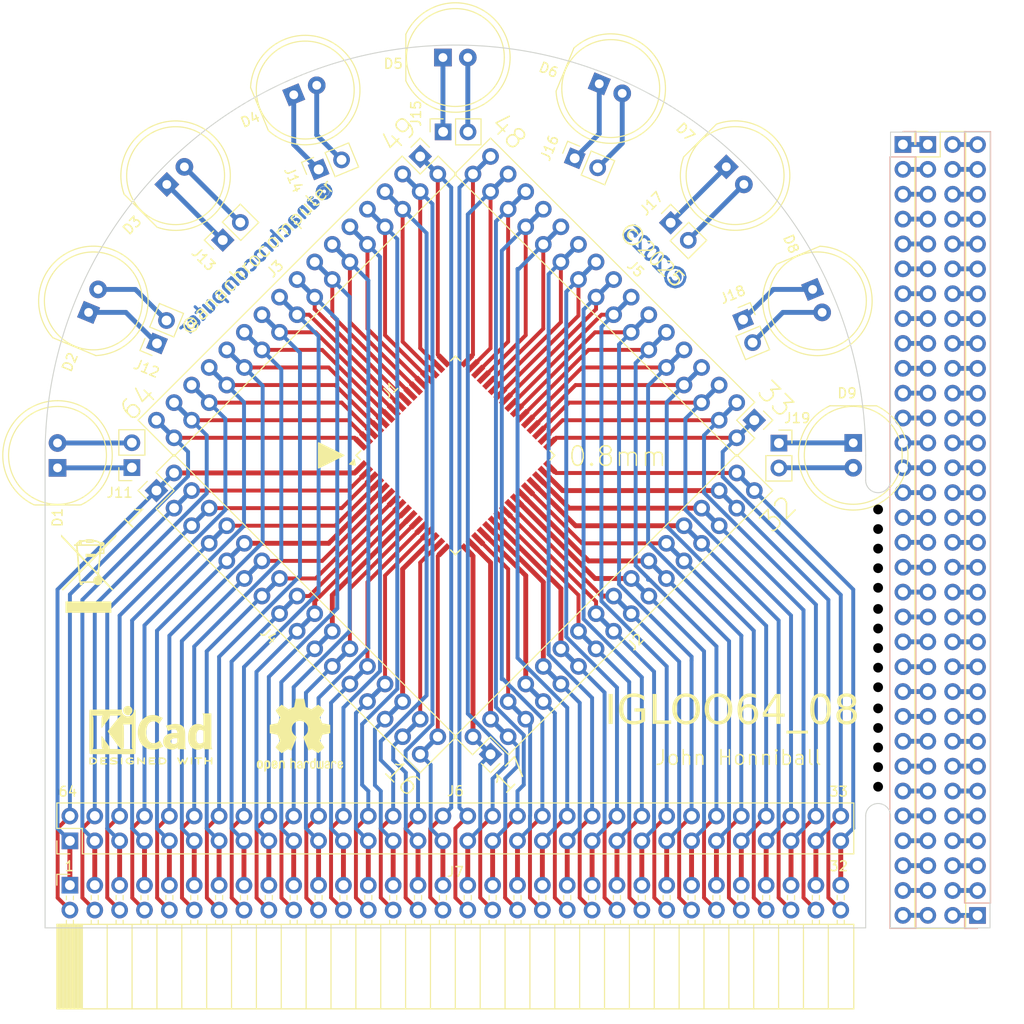
<source format=kicad_pcb>
(kicad_pcb (version 20240108) (generator "pcbnew") (generator_version "8.0")
  (title_block (title "Igloo64_08 Prototyping Board") (date "2025-06-14") (rev "1.0") (company "John Honniball") (comment 1 "https://github.com/anachrocomputer/Igloo64") (comment 2 "TQFP-64 0.8mm pitch"))
  (layers (0 "F.Cu" signal) (31 "B.Cu" signal) (34 "B.Paste" user) (35 "F.Paste" user) (36 "B.SilkS" user "B.Silkscreen") (37 "F.SilkS" user "F.Silkscreen") (38 "B.Mask" user) (39 "F.Mask" user) (44 "Edge.Cuts" user))
  (net 0 "")
  (net 1 "/pin16")
  (net 2 "/pin17")
  (net 3 "/pin32")
  (net 4 "/pin33")
  (net 5 "/pin51")
  (net 6 "/pin52")
  (net 7 "/pin53")
  (net 8 "/pin54")
  (net 9 "/pin48")
  (net 10 "/pin49")
  (net 11 "/pin55")
  (net 12 "/pin56")
  (net 13 "/pin57")
  (net 14 "/pin58")
  (net 15 "/pin59")
  (net 16 "/pin1")
  (net 17 "/pin2")
  (net 18 "/pin63")
  (net 19 "/pin62")
  (net 20 "/pin14")
  (net 21 "/pin15")
  (net 22 "/pin36")
  (net 23 "/pin30")
  (net 24 "/pin35")
  (net 25 "/pin31")
  (net 26 "/pin34")
  (net 27 "/pin3")
  (net 28 "/pin4")
  (net 29 "/pin64")
  (net 30 "/pin60")
  (net 31 "/pin61")
  (net 32 "/pin5")
  (net 33 "/pin6")
  (net 34 "/pin7")
  (net 35 "/pin8")
  (net 36 "/pin9")
  (net 37 "/pin10")
  (net 38 "/pin11")
  (net 39 "/pin12")
  (net 40 "/pin13")
  (net 41 "/pin18")
  (net 42 "/pin19")
  (net 43 "/pin20")
  (net 44 "/pin21")
  (net 45 "/pin22")
  (net 46 "/pin23")
  (net 47 "/pin24")
  (net 48 "/pin25")
  (net 49 "/pin26")
  (net 50 "/pin27")
  (net 51 "/pin28")
  (net 52 "/pin29")
  (net 53 "/pin47")
  (net 54 "/pin50")
  (net 55 "/pin46")
  (net 56 "/pin45")
  (net 57 "/pin44")
  (net 58 "/pin43")
  (net 59 "/pin42")
  (net 60 "/pin41")
  (net 61 "/pin40")
  (net 62 "/pin39")
  (net 63 "/pin38")
  (net 64 "/pin37")
  (net 65 "Net-(D1-K)")
  (net 66 "Net-(D1-A)")
  (net 67 "Net-(D2-K)")
  (net 68 "Net-(D2-A)")
  (net 69 "Net-(D3-A)")
  (net 70 "Net-(D3-K)")
  (net 71 "Net-(D4-A)")
  (net 72 "Net-(D4-K)")
  (net 73 "Net-(D5-A)")
  (net 74 "Net-(D5-K)")
  (net 75 "Net-(D6-K)")
  (net 76 "Net-(D6-A)")
  (net 77 "Net-(D7-K)")
  (net 78 "Net-(D7-A)")
  (net 79 "Net-(D8-K)")
  (net 80 "Net-(D8-A)")
  (net 81 "Net-(D9-A)")
  (net 82 "Net-(D9-K)")
  (net 83 "Net-(J10-Pin_31)")
  (net 84 "Net-(J8-Pin_51)")
  (net 85 "Net-(J8-Pin_63)")
  (net 86 "Net-(J10-Pin_14)")
  (net 87 "Net-(J8-Pin_19)")
  (net 88 "Net-(J10-Pin_27)")
  (net 89 "Net-(J10-Pin_24)")
  (net 90 "Net-(J8-Pin_29)")
  (net 91 "Net-(J10-Pin_1)")
  (net 92 "Net-(J10-Pin_17)")
  (net 93 "Net-(J8-Pin_21)")
  (net 94 "Net-(J10-Pin_3)")
  (net 95 "Net-(J8-Pin_31)")
  (net 96 "Net-(J8-Pin_1)")
  (net 97 "Net-(J8-Pin_59)")
  (net 98 "Net-(J10-Pin_12)")
  (net 99 "Net-(J8-Pin_7)")
  (net 100 "Net-(J8-Pin_37)")
  (net 101 "Net-(J8-Pin_35)")
  (net 102 "Net-(J10-Pin_21)")
  (net 103 "Net-(J10-Pin_23)")
  (net 104 "Net-(J10-Pin_26)")
  (net 105 "Net-(J10-Pin_28)")
  (net 106 "Net-(J8-Pin_41)")
  (net 107 "Net-(J10-Pin_19)")
  (net 108 "Net-(J8-Pin_11)")
  (net 109 "Net-(J10-Pin_6)")
  (net 110 "Net-(J10-Pin_4)")
  (net 111 "Net-(J10-Pin_11)")
  (net 112 "Net-(J8-Pin_17)")
  (net 113 "Net-(J8-Pin_55)")
  (net 114 "Net-(J10-Pin_5)")
  (net 115 "Net-(J8-Pin_9)")
  (net 116 "Net-(J8-Pin_5)")
  (net 117 "Net-(J8-Pin_27)")
  (net 118 "Net-(J10-Pin_22)")
  (net 119 "Net-(J8-Pin_25)")
  (net 120 "Net-(J10-Pin_8)")
  (net 121 "Net-(J8-Pin_45)")
  (net 122 "Net-(J8-Pin_47)")
  (net 123 "Net-(J8-Pin_39)")
  (net 124 "Net-(J10-Pin_30)")
  (net 125 "Net-(J8-Pin_53)")
  (net 126 "Net-(J10-Pin_20)")
  (net 127 "Net-(J10-Pin_15)")
  (net 128 "Net-(J10-Pin_16)")
  (net 129 "Net-(J8-Pin_61)")
  (net 130 "Net-(J8-Pin_13)")
  (net 131 "Net-(J10-Pin_10)")
  (net 132 "Net-(J8-Pin_49)")
  (net 133 "Net-(J10-Pin_25)")
  (net 134 "Net-(J10-Pin_7)")
  (net 135 "Net-(J10-Pin_29)")
  (net 136 "Net-(J10-Pin_2)")
  (net 137 "Net-(J8-Pin_23)")
  (net 138 "Net-(J8-Pin_15)")
  (net 139 "Net-(J8-Pin_3)")
  (net 140 "Net-(J8-Pin_43)")
  (net 141 "Net-(J10-Pin_13)")
  (net 142 "Net-(J10-Pin_18)")
  (net 143 "Net-(J10-Pin_32)")
  (net 144 "Net-(J10-Pin_9)")
  (net 145 "Net-(J8-Pin_33)")
  (net 146 "Net-(J8-Pin_57)")
  (footprint "LED_THT:LED_D10.0mm" (layer "F.Cu") (at 159.753439 59.423439 -45)
    (property "Reference" "D7")
    (property "Value" "LED")
  )
  (footprint "Connector_PinSocket_2.54mm:PinSocket_1x02_P2.54mm_Vertical" (layer "F.Cu") (at 108.318439 66.906206 135)
    (property "Reference" "J13")
    (property "Value" "Conn_01x02")
  )
  (footprint "Connector_PinSocket_2.54mm:PinSocket_2x32_P2.54mm_Horizontal" (layer "F.Cu") (at 92.705 132.805 90)
    (property "Reference" "J7")
    (property "Value" "Conn_02x32_Odd_Even")
  )
  (footprint "LED_THT:LED_D10.0mm" (layer "F.Cu") (at 102.603439 61.226561 45)
    (property "Reference" "D3")
    (property "Value" "LED")
  )
  (footprint "Connector_PinHeader_2.54mm:PinHeader_2x16_P2.54mm_Vertical" (layer "F.Cu") (at 135.675638 119.436406 135)
    (property "Reference" "J2")
    (property "Value" "Conn_02x16_Odd_Even")
  )
  (footprint "LED_THT:LED_D10.0mm" (layer "F.Cu") (at 130.81 48.26)
    (property "Reference" "D5")
    (property "Value" "LED")
  )
  (footprint "Symbol:KiCad-Logo2_5mm_SilkScreen" (layer "F.Cu") (at 100.965 117.475)
    (property "Reference" "REF**" (hide yes))
    (property "Value" "KiCad-Logo2_5mm_SilkScreen" (hide yes))
  )
  (footprint "Igloo:Tear_Off_5x1mm" (layer "F.Cu") (at 175.26 108.585 90)
    (property "Reference" "REF**" (hide yes))
    (property "Value" "Tear_Off_5x1mm")
  )
  (footprint "Package_QFP:TQFP-64_14x14mm_P0.8mm" (layer "F.Cu") (at 132.08 88.9 45)
    (property "Reference" "J1")
    (property "Value" "Conn_02x32_Counter_Clockwise")
  )
  (footprint "Connector_PinSocket_2.54mm:PinSocket_1x02_P2.54mm_Vertical" (layer "F.Cu") (at 101.6 77.47 157.5)
    (property "Reference" "J12")
    (property "Value" "Conn_01x02")
  )
  (footprint "Connector_PinSocket_2.54mm:PinSocket_1x02_P2.54mm_Vertical" (layer "F.Cu") (at 154.073794 65.138438 45)
    (property "Reference" "J17")
    (property "Value" "Conn_01x02")
  )
  (footprint "Connector_PinHeader_2.54mm:PinHeader_2x16_P2.54mm_Vertical" (layer "F.Cu") (at 101.547129 92.492102 45)
    (property "Reference" "J4")
    (property "Value" "Conn_02x16_Odd_Even")
  )
  (footprint "Connector_PinSocket_2.54mm:PinSocket_1x02_P2.54mm_Vertical" (layer "F.Cu") (at 118.11 59.69 112.5)
    (property "Reference" "J14")
    (property "Value" "Conn_01x02")
  )
  (footprint "Connector_PinHeader_2.54mm:PinHeader_2x32_P2.54mm_Vertical" (layer "F.Cu") (at 180.335 57.145)
    (property "Reference" "J8" (hide yes))
    (property "Value" "Conn_02x32_Odd_Even")
  )
  (footprint "Connector_PinSocket_2.54mm:PinSocket_1x02_P2.54mm_Vertical" (layer "F.Cu") (at 130.83 55.855 90)
    (property "Reference" "J15")
    (property "Value" "Conn_01x02")
  )
  (footprint "Connector_PinSocket_2.54mm:PinSocket_1x02_P2.54mm_Vertical" (layer "F.Cu") (at 165.125 87.65)
    (property "Reference" "J19")
    (property "Value" "Conn_01x02")
  )
  (footprint "LED_THT:LED_D10.0mm" (layer "F.Cu") (at 172.72 87.625 -90)
    (property "Reference" "D9")
    (property "Value" "LED")
  )
  (footprint "Connector_PinHeader_2.54mm:PinHeader_2x16_P2.54mm_Vertical" (layer "F.Cu") (at 162.612871 85.307898 -135)
    (property "Reference" "J5")
    (property "Value" "Conn_02x16_Odd_Even")
  )
  (footprint "Connector_PinHeader_2.54mm:PinHeader_2x16_P2.54mm_Vertical" (layer "F.Cu") (at 128.487898 58.367129 -45)
    (property "Reference" "J3")
    (property "Value" "Conn_02x16_Odd_Even")
  )
  (footprint "Connector_PinSocket_2.54mm:PinSocket_1x02_P2.54mm_Vertical" (layer "F.Cu") (at 144.269717 58.553548 67.5)
    (property "Reference" "J16")
    (property "Value" "Conn_01x02")
  )
  (footprint "LED_THT:LED_D10.0mm" (layer "F.Cu") (at 146.777055 50.947079 -22.5)
    (property "Reference" "D6")
    (property "Value" "LED")
  )
  (footprint "LED_THT:LED_D10.0mm" (layer "F.Cu") (at 94.615 74.295 67.5)
    (property "Reference" "D2")
    (property "Value" "LED")
  )
  (footprint "LED_THT:LED_D10.0mm" (layer "F.Cu") (at 91.44 90.175 90)
    (property "Reference" "D1")
    (property "Value" "LED")
  )
  (footprint "Connector_PinHeader_2.54mm:PinHeader_2x32_P2.54mm_Vertical" (layer "F.Cu") (at 92.705 128.275 90)
    (property "Reference" "J6")
    (property "Value" "Conn_02x32_Odd_Even")
  )
  (footprint "Igloo:Tear_Off_5x1mm" (layer "F.Cu") (at 175.26 118.745 90)
    (property "Reference" "REF**" (hide yes))
    (property "Value" "Tear_Off_5x1mm")
  )
  (footprint "LED_THT:LED_D10.0mm" (layer "F.Cu") (at 168.572984 71.948346 -67.5)
    (property "Reference" "D8")
    (property "Value" "LED")
  )
  (footprint "Symbol:OSHW-Logo2_9.8x8mm_SilkScreen" (layer "F.Cu") (at 116.205 117.475)
    (property "Reference" "REF**" (hide yes))
    (property "Value" "OSHW-Logo2_9.8x8mm_SilkScreen" (hide yes))
  )
  (footprint "Igloo:Tear_Off_5x1mm" (layer "F.Cu") (at 175.26 98.425 90)
    (property "Reference" "REF**" (hide yes))
    (property "Value" "Tear_Off_5x1mm")
  )
  (footprint "Connector_PinSocket_2.54mm:PinSocket_1x02_P2.54mm_Vertical" (layer "F.Cu") (at 99.035 90.15 180)
    (property "Reference" "J11")
    (property "Value" "Conn_01x02")
  )
  (footprint "Symbol:WEEE-Logo_5.6x8mm_SilkScreen" (layer "F.Cu") (at 94.615 100.965)
    (property "Reference" "REF**" (hide yes))
    (property "Value" "WEEE-Logo_5.6x8mm_SilkScreen" (hide yes))
  )
  (footprint "LED_THT:LED_D10.0mm" (layer "F.Cu") (at 115.57 52.07 22.5)
    (property "Reference" "D4")
    (property "Value" "LED")
  )
  (footprint "Connector_PinSocket_2.54mm:PinSocket_1x02_P2.54mm_Vertical" (layer "F.Cu") (at 161.469743 75.035584 22.5)
    (property "Reference" "J18")
    (property "Value" "Conn_01x02")
  )
  (footprint "Connector_PinHeader_2.54mm:PinHeader_1x32_P2.54mm_Vertical" (layer "B.Cu") (at 185.415 135.895)
    (property "Reference" "J10" (hide yes))
    (property "Value" "Conn_01x32")
  )
  (footprint "Connector_PinHeader_2.54mm:PinHeader_1x32_P2.54mm_Vertical" (layer "B.Cu") (at 177.795 57.145 180)
    (property "Reference" "J9" (hide yes))
    (property "Value" "Conn_01x32")
  )
  (gr_poly (pts (xy 120.65 88.9) (xy 118.11 87.63) (xy 118.11 90.17)) (stroke (width 0.15)) (fill solid) (layer "F.SilkS"))
  (gr_line (start 90.17 137.16) (end 90.17 88.9) (stroke (width 0.1)) (layer "Edge.Cuts"))
  (gr_arc (start 176.53 91.44) (mid 175.26 92.71) (end 173.99 91.44) (stroke (width 0.1)) (layer "Edge.Cuts"))
  (gr_line (start 186.69 137.16) (end 186.69 55.88) (stroke (width 0.1)) (layer "Edge.Cuts"))
  (gr_line (start 186.69 55.88) (end 176.53 55.88) (stroke (width 0.1)) (layer "Edge.Cuts"))
  (gr_line (start 176.53 55.88) (end 176.53 91.44) (stroke (width 0.1)) (layer "Edge.Cuts"))
  (gr_line (start 90.17 137.16) (end 173.99 137.16) (stroke (width 0.1)) (layer "Edge.Cuts"))
  (gr_line (start 173.99 125.73) (end 173.99 137.16) (stroke (width 0.1)) (layer "Edge.Cuts"))
  (gr_line (start 176.53 125.73) (end 176.53 137.16) (stroke (width 0.1)) (layer "Edge.Cuts"))
  (gr_line (start 176.53 137.16) (end 186.69 137.16) (stroke (width 0.1)) (layer "Edge.Cuts"))
  (gr_arc (start 173.99 125.73) (mid 175.26 124.46) (end 176.53 125.73) (stroke (width 0.1)) (layer "Edge.Cuts"))
  (gr_line (start 173.99 88.9) (end 173.99 91.44) (stroke (width 0.1)) (layer "Edge.Cuts"))
  (gr_arc (start 90.17 88.9) (mid 132.08 46.99) (end 173.99 88.9) (stroke (width 0.1)) (layer "Edge.Cuts"))
  (gr_text "@anachrocomputer" (at 120.015 61.595 45) (layer "B.Cu") (effects (font (size 1.5 1.5) (thickness 0.3) (bold yes)) (justify left bottom mirror)))
  (gr_text "©2025" (at 154.94 72.39 315) (layer "B.Cu") (effects (font (size 1.5 1.5) (thickness 0.3) (bold yes)) (justify left bottom mirror)))
  (gr_text "33" (at 170.18 123.825 0) (layer "F.SilkS") (effects (font (size 1 1)) (justify left bottom)))
  (gr_text "49" (at 125.73 58.42 45) (layer "F.SilkS") (effects (font (size 2 2)) (justify left bottom)))
  (gr_text "@anachrocomputer" (at 104.775 76.835 45) (layer "F.SilkS") (effects (font (size 1.5 1.5)) (justify left bottom)))
  (gr_text "17" (at 137.16 123.825 45) (layer "F.SilkS") (effects (font (size 2 2)) (justify left bottom)))
  (gr_text "16" (at 124.46 121.285 -45) (layer "F.SilkS") (effects (font (size 2 2)) (justify left bottom)))
  (gr_text "©2025" (at 148.59 66.04 315) (layer "F.SilkS") (effects (font (size 1.5 1.5)) (justify left bottom)))
  (gr_text "1" (at 92.075 131.445 0) (layer "F.SilkS") (effects (font (size 1 1)) (justify left bottom)))
  (gr_text "48" (at 135.255 55.245 -45) (layer "F.SilkS") (effects (font (size 2 2)) (justify left bottom)))
  (gr_text "64" (at 91.44 123.825 0) (layer "F.SilkS") (effects (font (size 1 1)) (justify left bottom)))
  (gr_text "64" (at 99.06 85.725 45) (layer "F.SilkS") (effects (font (size 2 2)) (justify left bottom)))
  (gr_text "John Honniball" (at 152.4 120.65 0) (layer "F.SilkS") (effects (font (size 1.5 1.5)) (justify left bottom)))
  (gr_text "IGLOO64_08" (at 147.32 116.84 0) (layer "F.SilkS") (effects (font (size 3 3)) (justify left bottom)))
  (gr_text "32" (at 170.18 131.445 0) (layer "F.SilkS") (effects (font (size 1 1)) (justify left bottom)))
  (gr_text "0.8mm" (at 143.51 90.17 0) (layer "F.SilkS") (effects (font (size 2 2)) (justify left bottom)))
  (gr_text "33" (at 162.56 82.55 -45) (layer "F.SilkS") (effects (font (size 2 2)) (justify left bottom)))
  (gr_text "32" (at 164.465 97.155 45) (layer "F.SilkS") (effects (font (size 2 2)) (justify left bottom)))
  (gr_text "1" (at 97.79 95.25 315) (layer "F.SilkS") (effects (font (size 2 2)) (justify left bottom)))
  (segment (start 130.283949 99.181332) (end 130.877918 98.587363) (width 0.4) (layer "F.Cu") (net 1))
  (segment (start 130.805 128.275) (end 130.805 132.805) (width 0.5) (layer "F.Cu") (net 1))
  (segment (start 130.283949 117.636819) (end 130.283949 99.181332) (width 0.4) (layer "F.Cu") (net 1))
  (segment (start 129.555489 127.025489) (end 130.805 128.275) (width 0.4) (layer "B.Cu") (net 1))
  (segment (start 129.555489 120.500462) (end 129.555489 127.025489) (width 0.4) (layer "B.Cu") (net 1))
  (segment (start 129.555489 120.500462) (end 128.487897 119.43287) (width 0.4) (layer "B.Cu") (net 1))
  (segment (start 128.487898 119.432871) (end 130.283949 117.63682) (width 0.5) (layer "B.Cu") (net 1))
  (segment (start 133.879587 99.184868) (end 133.282082 98.587363) (width 0.5) (layer "F.Cu") (net 2))
  (segment (start 133.345 128.275) (end 133.345 132.805) (width 0.5) (layer "F.Cu") (net 2))
  (segment (start 133.879587 117.640355) (end 133.879587 99.184868) (width 0.5) (layer "F.Cu") (net 2))
  (segment (start 134.62 120.492044) (end 134.62 127) (width 0.4) (layer "B.Cu") (net 2))
  (segment (start 135.675638 119.436406) (end 133.879587 117.640355) (width 0.5) (layer "B.Cu") (net 2))
  (segment (start 134.62 127) (end 133.345 128.275) (width 0.4) (layer "B.Cu") (net 2))
  (segment (start 135.675638 119.436406) (end 134.62 120.492044) (width 0.4) (layer "B.Cu") (net 2))
  (segment (start 142.364867 90.699586) (end 141.767363 90.102082) (width 0.4) (layer "F.Cu") (net 3))
  (segment (start 171.445 128.275) (end 171.445 132.805) (width 0.5) (layer "F.Cu") (net 3))
  (segment (start 160.820355 90.699586) (end 142.364867 90.699586) (width 0.4) (layer "F.Cu") (net 3))
  (segment (start 162.616406 92.495638) (end 172.72 102.599232) (width 0.4) (layer "B.Cu") (net 3))
  (segment (start 172.72 127) (end 171.445 128.275) (width 0.4) (layer "B.Cu") (net 3))
  (segment (start 162.616406 92.495638) (end 160.820355 90.699587) (width 0.5) (layer "B.Cu") (net 3))
  (segment (start 172.72 102.599232) (end 172.72 127) (width 0.4) (layer "B.Cu") (net 3))
  (segment (start 170.18 134.08) (end 171.445 135.345) (width 0.4) (layer "F.Cu") (net 4))
  (segment (start 160.81682 87.103949) (end 142.361332 87.103949) (width 0.4) (layer "F.Cu") (net 4))
  (segment (start 171.445 125.735) (end 170.18 127) (width 0.4) (layer "F.Cu") (net 4))
  (segment (start 170.18 127) (end 170.18 134.08) (width 0.4) (layer "F.Cu") (net 4))
  (segment (start 142.361332 87.103949) (end 141.767363 87.697918) (width 0.4) (layer "F.Cu") (net 4))
  (segment (start 159.385 91.089258) (end 159.385 88.535769) (width 0.4) (layer "B.Cu") (net 4))
  (segment (start 171.445 103.149258) (end 159.385 91.089258) (width 0.4) (layer "B.Cu") (net 4))
  (segment (start 171.445 125.735) (end 171.445 103.149258) (width 0.4) (layer "B.Cu") (net 4))
  (segment (start 159.385 88.535769) (end 160.81682 87.103949) (width 0.4) (layer "B.Cu") (net 4))
  (segment (start 162.612871 85.307898) (end 160.81682 87.103949) (width 0.5) (layer "B.Cu") (net 4))
  (segment (start 125.725 125.735) (end 124.46 127) (width 0.4) (layer "F.Cu") (net 5))
  (segment (start 124.46 134.08) (end 125.725 135.345) (width 0.4) (layer "F.Cu") (net 5))
  (segment (start 126.691847 77.289307) (end 129.746548 80.344008) (width 0.4) (layer "F.Cu") (net 5))
  (segment (start 126.691847 63.755283) (end 126.691847 77.289307) (width 0.4) (layer "F.Cu") (net 5))
  (segment (start 124.46 127) (end 124.46 134.08) (width 0.4) (layer "F.Cu") (net 5))
  (segment (start 124.895795 61.959232) (end 126.691846 63.755283) (width 0.5) (layer "B.Cu") (net 5))
  (segment (start 125.73 121.92) (end 125.73 121.285) (width 0.4) (layer "B.Cu") (net 5))
  (segment (start 126.691847 63.755283) (end 129.137888 66.201324) (width 0.4) (layer "B.Cu") (net 5))
  (segment (start 125.725 121.925) (end 125.73 121.92) (width 0.4) (layer "B.Cu") (net 5))
  (segment (start 129.137888 66.201324) (end 129.137888 113.423701) (width 0.4) (layer "B.Cu") (net 5))
  (segment (start 125.73 121.285) (end 124.46 120.015) (width 0.4) (layer "B.Cu") (net 5))
  (segment (start 124.46 120.015) (end 124.46 118.101589) (width 0.4) (layer "B.Cu") (net 5))
  (segment (start 129.137888 113.423701) (end 124.46 118.101589) (width 0.4) (layer "B.Cu") (net 5))
  (segment (start 125.725 125.735) (end 125.725 121.925) (width 0.4) (layer "B.Cu") (net 5))
  (segment (start 124.895796 65.551334) (end 124.895796 76.624627) (width 0.4) (layer "F.Cu") (net 6))
  (segment (start 124.895796 76.624627) (end 129.180862 80.909693) (width 0.4) (layer "F.Cu") (net 6))
  (segment (start 123.185 125.735) (end 121.92 127) (width 0.4) (layer "F.Cu") (net 6))
  (segment (start 121.92 134.08) (end 123.185 135.345) (width 0.4) (layer "F.Cu") (net 6))
  (segment (start 121.92 127) (end 121.92 134.08) (width 0.4) (layer "F.Cu") (net 6))
  (segment (start 126.145306 66.800844) (end 126.145306 112.76623) (width 0.4) (layer "B.Cu") (net 6))
  (segment (start 126.145306 112.76623) (end 122.555 116.356537) (width 0.4) (layer "B.Cu") (net 6))
  (segment (start 123.185 123.195) (end 123.185 125.735) (width 0.4) (layer "B.Cu") (net 6))
  (segment (start 122.555 122.555) (end 123.19 123.19) (width 0.4) (layer "B.Cu") (net 6))
  (segment (start 123.19 123.19) (end 123.185 123.195) (width 0.4) (layer "B.Cu") (net 6))
  (segment (start 123.099744 63.755283) (end 124.895795 65.551334) (width 0.5) (layer "B.Cu") (net 6))
  (segment (start 122.555 116.356537) (end 122.555 122.555) (width 0.4) (layer "B.Cu") (net 6))
  (segment (start 124.895796 65.551334) (end 126.145306 66.800844) (width 0.4) (layer "B.Cu") (net 6))
  (segment (start 123.099744 67.347385) (end 123.099744 75.959946) (width 0.4) (layer "F.Cu") (net 7))
  (segment (start 120.645 125.735) (end 119.38 127) (width 0.4) (layer "F.Cu") (net 7))
  (segment (start 119.38 127) (end 119.38 134.08) (width 0.4) (layer "F.Cu") (net 7))
  (segment (start 123.099744 75.959946) (end 128.615177 81.475379) (width 0.4) (layer "F.Cu") (net 7))
  (segment (start 119.38 134.08) (end 120.645 135.345) (width 0.4) (layer "F.Cu") (net 7))
  (segment (start 120.645 114.674433) (end 120.645 125.735) (width 0.4) (layer "B.Cu") (net 7))
  (segment (start 121.303693 65.551334) (end 123.099744 67.347385) (width 0.5) (layer "B.Cu") (net 7))
  (segment (start 123.099744 67.347385) (end 124.37823 68.625871) (width 0.4) (layer "B.Cu") (net 7))
  (segment (start 124.37823 68.625871) (end 124.37823 110.941203) (width 0.4) (layer "B.Cu") (net 7))
  (segment (start 124.37823 110.941203) (end 120.645 114.674433) (width 0.4) (layer "B.Cu") (net 7))
  (segment (start 121.303693 69.143436) (end 121.303693 75.295266) (width 0.4) (layer "F.Cu") (net 8))
  (segment (start 116.855489 134.095489) (end 118.105 135.345) (width 0.4) (layer "F.Cu") (net 8))
  (segment (start 118.105 125.735) (end 116.855489 126.984511) (width 0.4) (layer "F.Cu") (net 8))
  (segment (start 116.855489 126.984511) (end 116.855489 134.095489) (width 0.4) (layer "F.Cu") (net 8))
  (segment (start 121.303693 75.295266) (end 128.049491 82.041064) (width 0.4) (layer "F.Cu") (net 8))
  (segment (start 118.105 113.680281) (end 123.19 108.595281) (width 0.4) (layer "B.Cu") (net 8))
  (segment (start 118.105 125.735) (end 118.105 113.680281) (width 0.4) (layer "B.Cu") (net 8))
  (segment (start 119.507641 67.347385) (end 121.303693 69.143437) (width 0.5) (layer "B.Cu") (net 8))
  (segment (start 123.19 71.029743) (end 121.303693 69.143436) (width 0.4) (layer "B.Cu") (net 8))
  (segment (start 123.19 108.595281) (end 123.19 71.029743) (width 0.4) (layer "B.Cu") (net 8))
  (segment (start 132.08 134.08) (end 133.345 135.345) (width 0.4) (layer "F.Cu") (net 9))
  (segment (start 133.345 125.735) (end 132.08 127) (width 0.4) (layer "F.Cu") (net 9))
  (segment (start 133.876051 78.618668) (end 133.282082 79.212637) (width 0.4) (layer "F.Cu") (net 9))
  (segment (start 133.876051 60.163181) (end 133.876051 78.618668) (width 0.4) (layer "F.Cu") (net 9))
  (segment (start 132.08 127) (end 132.08 134.08) (width 0.4) (layer "F.Cu") (net 9))
  (segment (start 132.495 124.885) (end 132.495 61.544232) (width 0.4) (layer "B.Cu") (net 9))
  (segment (start 133.345 125.735) (end 132.495 124.885) (width 0.4) (layer "B.Cu") (net 9))
  (segment (start 135.672102 58.367129) (end 133.876051 60.16318) (width 0.5) (layer "B.Cu") (net 9))
  (segment (start 132.495 61.544232) (end 133.876051 60.163181) (width 0.4) (layer "B.Cu") (net 9))
  (segment (start 130.805 135.345) (end 129.514511 134.054511) (width 0.4) (layer "F.Cu") (net 10))
  (segment (start 130.805 125.735) (end 129.514511 127.025489) (width 0.4) (layer "F.Cu") (net 10))
  (segment (start 129.514511 127.025489) (end 129.514511 134.054511) (width 0.4) (layer "F.Cu") (net 10))
  (segment (start 130.283949 60.16318) (end 130.283949 78.618668) (width 0.4) (layer "F.Cu") (net 10))
  (segment (start 130.283949 78.618668) (end 130.877918 79.212637) (width 0.4) (layer "F.Cu") (net 10))
  (segment (start 131.655 124.885) (end 131.655 61.534231) (width 0.4) (layer "B.Cu") (net 10))
  (segment (start 130.805 125.735) (end 131.655 124.885) (width 0.4) (layer "B.Cu") (net 10))
  (segment (start 128.487898 58.367129) (end 130.283949 60.16318) (width 0.5) (layer "B.Cu") (net 10))
  (segment (start 131.655 61.534231) (end 130.283949 60.16318) (width 0.4) (layer "B.Cu") (net 10))
  (segment (start 119.507642 74.630586) (end 127.483806 82.60675) (width 0.4) (layer "F.Cu") (net 11))
  (segment (start 114.315489 126.984511) (end 114.315489 134.095489) (width 0.4) (layer "F.Cu") (net 11))
  (segment (start 115.565 125.735) (end 114.315489 126.984511) (width 0.4) (layer "F.Cu") (net 11))
  (segment (start 119.507642 70.939488) (end 119.507642 74.630586) (width 0.4) (layer "F.Cu") (net 11))
  (segment (start 114.315489 134.095489) (end 115.565 135.345) (width 0.4) (layer "F.Cu") (net 11))
  (segment (start 121.285 72.716846) (end 121.285 106.850229) (width 0.4) (layer "B.Cu") (net 11))
  (segment (start 119.507642 70.939488) (end 121.285 72.716846) (width 0.4) (layer "B.Cu") (net 11))
  (segment (start 121.285 106.850229) (end 115.565 112.570229) (width 0.4) (layer "B.Cu") (net 11))
  (segment (start 115.565 112.570229) (end 115.565 125.735) (width 0.4) (layer "B.Cu") (net 11))
  (segment (start 117.71159 69.143437) (end 119.507641 70.939488) (width 0.5) (layer "B.Cu") (net 11))
  (segment (start 111.775489 126.984511) (end 111.775489 134.095489) (width 0.4) (layer "F.Cu") (net 12))
  (segment (start 111.775489 134.095489) (end 113.025 135.345) (width 0.4) (layer "F.Cu") (net 12))
  (segment (start 117.711591 72.735539) (end 117.711591 73.965906) (width 0.4) (layer "F.Cu") (net 12))
  (segment (start 113.025 125.735) (end 111.775489 126.984511) (width 0.4) (layer "F.Cu") (net 12))
  (segment (start 117.711591 73.965906) (end 126.91812 83.172435) (width 0.4) (layer "F.Cu") (net 12))
  (segment (start 113.025 111.518127) (end 113.025 125.735) (width 0.4) (layer "B.Cu") (net 12))
  (segment (start 120.015 104.528127) (end 113.025 111.518127) (width 0.4) (layer "B.Cu") (net 12))
  (segment (start 117.711591 72.735539) (end 120.015 75.038948) (width 0.4) (layer "B.Cu") (net 12))
  (segment (start 115.915539 70.939488) (end 117.71159 72.735539) (width 0.5) (layer "B.Cu") (net 12))
  (segment (start 120.015 75.038948) (end 120.015 104.528127) (width 0.4) (layer "B.Cu") (net 12))
  (segment (start 110.485 125.735) (end 109.235489 126.984511) (width 0.4) (layer "F.Cu") (net 13))
  (segment (start 117.145905 74.53159) (end 126.352435 83.73812) (width 0.4) (layer "F.Cu") (net 13))
  (segment (start 109.235489 126.984511) (end 109.235489 134.095489) (width 0.4) (layer "F.Cu") (net 13))
  (segment (start 109.235489 134.095489) (end 110.485 135.345) (width 0.4) (layer "F.Cu") (net 13))
  (segment (start 115.915539 74.53159) (end 117.145905 74.53159) (width 0.4) (layer "F.Cu") (net 13))
  (segment (start 110.485 110.523975) (end 118.11 102.898975) (width 0.4) (layer "B.Cu") (net 13))
  (segment (start 114.119488 72.735539) (end 115.915539 74.53159) (width 0.5) (layer "B.Cu") (net 13))
  (segment (start 118.11 76.726051) (end 115.915539 74.53159) (width 0.4) (layer "B.Cu") (net 13))
  (segment (start 110.485 125.735) (end 110.485 110.523975) (width 0.4) (layer "B.Cu") (net 13))
  (segment (start 118.11 102.898975) (end 118.11 76.726051) (width 0.4) (layer "B.Cu") (net 13))
  (segment (start 114.119488 76.327641) (end 117.810585 76.327641) (width 0.4) (layer "F.Cu") (net 14))
  (segment (start 106.695489 126.984511) (end 106.695489 134.095489) (width 0.4) (layer "F.Cu") (net 14))
  (segment (start 117.810585 76.327641) (end 125.78675 84.303806) (width 0.4) (layer "F.Cu") (net 14))
  (segment (start 107.945 125.735) (end 106.695489 126.984511) (width 0.4) (layer "F.Cu") (net 14))
  (segment (start 106.695489 134.095489) (end 107.945 135.345) (width 0.4) (layer "F.Cu") (net 14))
  (segment (start 116.205 78.413153) (end 114.119488 76.327641) (width 0.4) (layer "B.Cu") (net 14))
  (segment (start 112.323437 74.53159) (end 114.119488 76.327641) (width 0.5) (layer "B.Cu") (net 14))
  (segment (start 107.945 125.735) (end 107.945 109.471873) (width 0.4) (layer "B.Cu") (net 14))
  (segment (start 107.945 109.471873) (end 116.205 101.211873) (width 0.4) (layer "B.Cu") (net 14))
  (segment (start 116.205 101.211873) (end 116.205 78.413153) (width 0.4) (layer "B.Cu") (net 14))
  (segment (start 105.405 125.735) (end 104.155489 126.984511) (width 0.4) (layer "F.Cu") (net 15))
  (segment (start 112.323437 78.123692) (end 118.475265 78.123692) (width 0.4) (layer "F.Cu") (net 15))
  (segment (start 118.475265 78.123692) (end 125.221064 84.869491) (width 0.4) (layer "F.Cu") (net 15))
  (segment (start 104.155489 126.984511) (end 104.155489 134.095489) (width 0.4) (layer "F.Cu") (net 15))
  (segment (start 104.155489 134.095489) (end 105.405 135.345) (width 0.4) (layer "F.Cu") (net 15))
  (segment (start 114.3 99.52477) (end 114.3 80.100255) (width 0.4) (layer "B.Cu") (net 15))
  (segment (start 110.527385 76.327641) (end 112.323437 78.123693) (width 0.5) (layer "B.Cu") (net 15))
  (segment (start 105.405 125.735) (end 105.405 108.41977) (width 0.4) (layer "B.Cu") (net 15))
  (segment (start 105.405 108.41977) (end 114.3 99.52477) (width 0.4) (layer "B.Cu") (net 15))
  (segment (start 114.3 80.100255) (end 112.323437 78.123692) (width 0.4) (layer "B.Cu") (net 15))
  (segment (start 92.705 128.275) (end 92.705 132.805) (width 0.5) (layer "F.Cu") (net 16))
  (segment (start 121.798668 90.696051) (end 122.392637 90.102082) (width 0.5) (layer "F.Cu") (net 16))
  (segment (start 103.34318 90.696051) (end 121.798668 90.696051) (width 0.5) (layer "F.Cu") (net 16))
  (segment (start 101.547129 92.492102) (end 103.34318 90.696051) (width 0.5) (layer "B.Cu") (net 16))
  (segment (start 91.44 102.599231) (end 91.44 127.01) (width 0.4) (layer "B.Cu") (net 16))
  (segment (start 91.44 127.01) (end 92.705 128.275) (width 0.4) (layer "B.Cu") (net 16))
  (segment (start 101.547129 92.492102) (end 91.44 102.599231) (width 0.4) (layer "B.Cu") (net 16))
  (segment (start 95.245 128.275) (end 95.245 132.805) (width 0.5) (layer "F.Cu") (net 17))
  (segment (start 105.139231 92.492102) (end 121.133988 92.492102) (width 0.4) (layer "F.Cu") (net 17))
  (segment (start 121.133988 92.492102) (end 122.958323 90.667767) (width 0.4) (layer "F.Cu") (net 17))
  (segment (start 93.98 103.651333) (end 93.98 127.01) (width 0.4) (layer "B.Cu") (net 17))
  (segment (start 103.34318 94.288154) (end 105.139232 92.492102) (width 0.5) (layer "B.Cu") (net 17))
  (segment (start 93.98 127.01) (end 95.245 128.275) (width 0.4) (layer "B.Cu") (net 17))
  (segment (start 103.34318 94.288153) (end 93.98 103.651333) (width 0.4) (layer "B.Cu") (net 17))
  (segment (start 93.98 134.08) (end 95.245 135.345) (width 0.4) (layer "F.Cu") (net 18))
  (segment (start 93.98 127) (end 93.98 134.08) (width 0.4) (layer "F.Cu") (net 18))
  (segment (start 95.245 125.735) (end 93.98 127) (width 0.4) (layer "F.Cu") (net 18))
  (segment (start 121.133987 85.307897) (end 122.958323 87.132233) (width 0.4) (layer "F.Cu") (net 18))
  (segment (start 105.139232 85.307897) (end 121.133987 85.307897) (width 0.4) (layer "F.Cu") (net 18))
  (segment (start 95.245 125.735) (end 95.245 104.21136) (width 0.4) (layer "B.Cu") (net 18))
  (segment (start 106.68 92.77636) (end 106.68 86.848665) (width 0.4) (layer "B.Cu") (net 18))
  (segment (start 103.34318 83.511846) (end 105.139232 85.307898) (width 0.5) (layer "B.Cu") (net 18))
  (segment (start 106.68 86.848665) (end 105.139232 85.307897) (width 0.4) (layer "B.Cu") (net 18))
  (segment (start 95.245 104.21136) (end 106.68 92.77636) (width 0.4) (layer "B.Cu") (net 18))
  (segment (start 97.785 125.735) (end 96.52 127) (width 0.4) (layer "F.Cu") (net 19))
  (segment (start 120.469306 83.511846) (end 123.524008 86.566548) (width 0.4) (layer "F.Cu") (net 19))
  (segment (start 96.52 134.08) (end 97.785 135.345) (width 0.4) (layer "F.Cu") (net 19))
  (segment (start 106.935283 83.511846) (end 120.469306 83.511846) (width 0.4) (layer "F.Cu") (net 19))
  (segment (start 96.52 127) (end 96.52 134.08) (width 0.4) (layer "F.Cu") (net 19))
  (segment (start 97.785 125.735) (end 97.785 105.263463) (width 0.4) (layer "B.Cu") (net 19))
  (segment (start 108.585 94.463463) (end 108.585 85.161563) (width 0.4) (layer "B.Cu") (net 19))
  (segment (start 108.585 85.161563) (end 106.935283 83.511846) (width 0.4) (layer "B.Cu") (net 19))
  (segment (start 97.785 105.263463) (end 108.585 94.463463) (width 0.4) (layer "B.Cu") (net 19))
  (segment (start 105.139232 81.715795) (end 106.935283 83.511846) (width 0.5) (layer "B.Cu") (net 19))
  (segment (start 125.725 128.275) (end 125.725 132.805) (width 0.5) (layer "F.Cu") (net 20))
  (segment (start 126.691846 100.510694) (end 129.746548 97.455992) (width 0.5) (layer "F.Cu") (net 20))
  (segment (start 126.691846 114.044717) (end 126.691846 100.510694) (width 0.5) (layer "F.Cu") (net 20))
  (segment (start 124.46 127.01) (end 125.725 128.275) (width 0.4) (layer "B.Cu") (net 20))
  (segment (start 123.86048 116.876083) (end 123.86048 122.59048) (width 0.4) (layer "B.Cu") (net 20))
  (segment (start 124.46 123.19) (end 124.46 127.01) (width 0.4) (layer "B.Cu") (net 20))
  (segment (start 123.86048 122.59048) (end 124.46 123.19) (width 0.4) (layer "B.Cu") (net 20))
  (segment (start 124.895795 115.840768) (end 126.691846 114.044717) (width 0.5) (layer "B.Cu") (net 20))
  (segment (start 124.895795 115.840768) (end 123.86048 116.876083) (width 0.4) (layer "B.Cu") (net 20))
  (segment (start 128.487897 99.846013) (end 130.312233 98.021677) (width 0.4) (layer "F.Cu") (net 21))
  (segment (start 128.265 128.275) (end 128.265 132.805) (width 0.5) (layer "F.Cu") (net 21))
  (segment (start 128.487897 115.840768) (end 128.487897 99.846013) (width 0.4) (layer "F.Cu") (net 21))
  (segment (start 127.015489 121.300489) (end 127.015489 127.025489) (width 0.4) (layer "B.Cu") (net 21))
  (segment (start 125.73 120.015) (end 127.015489 121.300489) (width 0.4) (layer "B.Cu") (net 21))
  (segment (start 126.691846 117.636819) (end 125.73 118.598665) (width 0.4) (layer "B.Cu") (net 21))
  (segment (start 126.691846 117.63682) (end 128.487898 115.840768) (width 0.5) (layer "B.Cu") (net 21))
  (segment (start 127.015489 127.025489) (end 128.265 128.275) (width 0.4) (layer "B.Cu") (net 21))
  (segment (start 125.73 118.598665) (end 125.73 120.015) (width 0.4) (layer "B.Cu") (net 21))
  (segment (start 162.56 127) (end 162.56 134.08) (width 0.4) (layer "F.Cu") (net 22))
  (segment (start 155.428666 81.715796) (end 144.355373 81.715796) (width 0.4) (layer "F.Cu") (net 22))
  (segment (start 162.56 134.08) (end 163.825 135.345) (width 0.4) (layer "F.Cu") (net 22))
  (segment (start 163.825 125.735) (end 162.56 127) (width 0.4) (layer "F.Cu") (net 22))
  (segment (start 144.355373 81.715796) (end 140.070307 86.000862) (width 0.4) (layer "F.Cu") (net 22))
  (segment (start 157.224717 79.919744) (end 155.428666 81.715795) (width 0.5) (layer "B.Cu") (net 22))
  (segment (start 153.67 96.150565) (end 163.825 106.305565) (width 0.4) (layer "B.Cu") (net 22))
  (segment (start 153.67 83.474462) (end 153.67 96.150565) (width 0.4) (layer "B.Cu") (net 22))
  (segment (start 163.825 106.305565) (end 163.825 125.735) (width 0.4) (layer "B.Cu") (net 22))
  (segment (start 155.428666 81.715796) (end 153.67 83.474462) (width 0.4) (layer "B.Cu") (net 22))
  (segment (start 143.694229 94.291689) (end 140.635992 91.233452) (width 0.5) (layer "F.Cu") (net 23))
  (segment (start 166.365 128.275) (end 166.365 132.805) (width 0.5) (layer "F.Cu") (net 23))
  (segment (start 157.228253 94.291689) (end 143.694229 94.291689) (width 0.5) (layer "F.Cu") (net 23))
  (segment (start 167.64 104.703436) (end 167.64 127) (width 0.4) (layer "B.Cu") (net 23))
  (segment (start 167.64 127) (end 166.365 128.275) (width 0.4) (layer "B.Cu") (net 23))
  (segment (start 159.024304 96.08774) (end 167.64 104.703436) (width 0.4) (layer "B.Cu") (net 23))
  (segment (start 159.024304 96.08774) (end 157.228253 94.291689) (width 0.5) (layer "B.Cu") (net 23))
  (segment (start 143.690693 83.511847) (end 140.635992 86.566548) (width 0.4) (layer "F.Cu") (net 24))
  (segment (start 157.224717 83.511847) (end 143.690693 83.511847) (width 0.4) (layer "F.Cu") (net 24))
  (segment (start 165.1 134.08) (end 166.365 135.345) (width 0.4) (layer "F.Cu") (net 24))
  (segment (start 166.365 125.735) (end 165.1 127) (width 0.4) (layer "F.Cu") (net 24))
  (segment (start 165.1 127) (end 165.1 134.08) (width 0.4) (layer "F.Cu") (net 24))
  (segment (start 155.575 94.463463) (end 166.365 105.253463) (width 0.4) (layer "B.Cu") (net 24))
  (segment (start 159.020768 81.715795) (end 157.224717 83.511846) (width 0.5) (layer "B.Cu") (net 24))
  (segment (start 157.224717 83.511847) (end 155.575 85.161564) (width 0.4) (layer "B.Cu") (net 24))
  (segment (start 155.575 85.161564) (end 155.575 94.463463) (width 0.4) (layer "B.Cu") (net 24))
  (segment (start 166.365 105.253463) (end 166.365 125.735) (width 0.4) (layer "B.Cu") (net 24))
  (segment (start 159.024304 92.495638) (end 143.029548 92.495638) (width 0.5) (layer "F.Cu") (net 25))
  (segment (start 143.029548 92.495638) (end 141.201677 90.667767) (width 0.5) (layer "F.Cu") (net 25))
  (segment (start 168.905 128.275) (end 168.905 132.805) (width 0.5) (layer "F.Cu") (net 25))
  (segment (start 160.820355 94.291689) (end 159.024304 92.495638) (width 0.5) (layer "B.Cu") (net 25))
  (segment (start 170.18 127) (end 168.905 128.275) (width 0.4) (layer "B.Cu") (net 25))
  (segment (start 160.820355 94.291689) (end 170.18 103.651334) (width 0.4) (layer "B.Cu") (net 25))
  (segment (start 170.18 103.651334) (end 170.18 127) (width 0.4) (layer "B.Cu") (net 25))
  (segment (start 168.905 125.735) (end 167.64 127) (width 0.4) (layer "F.Cu") (net 26))
  (segment (start 167.64 134.08) (end 168.905 135.345) (width 0.4) (layer "F.Cu") (net 26))
  (segment (start 159.020769 85.307898) (end 143.026012 85.307898) (width 0.4) (layer "F.Cu") (net 26))
  (segment (start 143.026012 85.307898) (end 141.201677 87.132233) (width 0.4) (layer "F.Cu") (net 26))
  (segment (start 167.64 127) (end 167.64 134.08) (width 0.4) (layer "F.Cu") (net 26))
  (segment (start 157.48 92.71841) (end 168.905 104.14341) (width 0.4) (layer "B.Cu") (net 26))
  (segment (start 168.905 104.14341) (end 168.905 125.735) (width 0.4) (layer "B.Cu") (net 26))
  (segment (start 157.48 86.848667) (end 157.48 92.71841) (width 0.4) (layer "B.Cu") (net 26))
  (segment (start 159.020769 85.307898) (end 157.48 86.848667) (width 0.4) (layer "B.Cu") (net 26))
  (segment (start 160.81682 83.511846) (end 159.020768 85.307898) (width 0.5) (layer "B.Cu") (net 26))
  (segment (start 106.935283 94.288153) (end 120.469307 94.288153) (width 0.4) (layer "F.Cu") (net 27))
  (segment (start 120.469307 94.288153) (end 123.524008 91.233452) (width 0.4) (layer "F.Cu") (net 27))
  (segment (start 97.785 128.275) (end 97.785 132.805) (width 0.5) (layer "F.Cu") (net 27))
  (segment (start 96.52 104.703435) (end 96.52 127.01) (width 0.4) (layer "B.Cu") (net 27))
  (segment (start 105.139231 96.084204) (end 96.52 104.703435) (width 0.4) (layer "B.Cu") (net 27))
  (segment (start 96.52 127.01) (end 97.785 128.275) (width 0.4) (layer "B.Cu") (net 27))
  (segment (start 105.139232 96.084205) (end 106.935283 94.288154) (width 0.5) (layer "B.Cu") (net 27))
  (segment (start 119.804627 96.084204) (end 124.089693 91.799138) (width 0.4) (layer "F.Cu") (net 28))
  (segment (start 108.731334 96.084204) (end 119.804627 96.084204) (width 0.4) (layer "F.Cu") (net 28))
  (segment (start 100.325 128.275) (end 100.325 132.805) (width 0.5) (layer "F.Cu") (net 28))
  (segment (start 106.935283 97.880256) (end 108.731334 96.084205) (width 0.5) (layer "B.Cu") (net 28))
  (segment (start 106.935283 97.880256) (end 99.06 105.755539) (width 0.4) (layer "B.Cu") (net 28))
  (segment (start 99.06 105.755539) (end 99.06 127.01) (width 0.4) (layer "B.Cu") (net 28))
  (segment (start 99.06 127.01) (end 100.325 128.275) (width 0.4) (layer "B.Cu") (net 28))
  (segment (start 91.455489 134.095489) (end 92.705 135.345) (width 0.4) (layer "F.Cu") (net 29))
  (segment (start 92.705 125.735) (end 91.455489 126.984511) (width 0.4) (layer "F.Cu") (net 29))
  (segment (start 121.798668 87.103949) (end 122.392637 87.697918) (width 0.4) (layer "F.Cu") (net 29))
  (segment (start 103.343181 87.103949) (end 121.798668 87.103949) (width 0.4) (layer "F.Cu") (net 29))
  (segment (start 91.455489 126.984511) (end 91.455489 134.095489) (width 0.4) (layer "F.Cu") (net 29))
  (segment (start 104.775 88.535768) (end 103.343181 87.103949) (width 0.4) (layer "B.Cu") (net 29))
  (segment (start 92.705 125.735) (end 92.705 103.101307) (width 0.4) (layer "B.Cu") (net 29))
  (segment (start 101.547129 85.307898) (end 103.34318 87.103949) (width 0.5) (layer "B.Cu") (net 29))
  (segment (start 92.705 103.101307) (end 104.775 91.031307) (width 0.4) (layer "B.Cu") (net 29))
  (segment (start 104.775 91.031307) (end 104.775 88.535768) (width 0.4) (layer "B.Cu") (net 29))
  (segment (start 110.527386 79.919744) (end 119.139946 79.919744) (width 0.4) (layer "F.Cu") (net 30))
  (segment (start 101.615489 134.095489) (end 102.865 135.345) (width 0.4) (layer "F.Cu") (net 30))
  (segment (start 101.615489 126.984511) (end 101.615489 134.095489) (width 0.4) (layer "F.Cu") (net 30))
  (segment (start 119.139946 79.919744) (end 124.655379 85.435177) (width 0.4) (layer "F.Cu") (net 30))
  (segment (start 102.865 125.735) (end 101.615489 126.984511) (width 0.4) (layer "F.Cu") (net 30))
  (segment (start 102.865 107.32) (end 112.395 97.79) (width 0.4) (layer "B.Cu") (net 30))
  (segment (start 108.731334 78.123693) (end 110.527385 79.919744) (width 0.5) (layer "B.Cu") (net 30))
  (segment (start 102.865 125.735) (end 102.865 107.32) (width 0.4) (layer "B.Cu") (net 30))
  (segment (start 112.395 81.787358) (end 110.527386 79.919744) (width 0.4) (layer "B.Cu") (net 30))
  (segment (start 112.395 97.79) (end 112.395 81.787358) (width 0.4) (layer "B.Cu") (net 30))
  (segment (start 99.075489 134.095489) (end 100.325 135.345) (width 0.4) (layer "F.Cu") (net 31))
  (segment (start 108.731335 81.715795) (end 119.804626 81.715795) (width 0.4) (layer "F.Cu") (net 31))
  (segment (start 100.325 125.735) (end 99.075489 126.984511) (width 0.4) (layer "F.Cu") (net 31))
  (segment (start 119.804626 81.715795) (end 124.089693 86.000862) (width 0.4) (layer "F.Cu") (net 31))
  (segment (start 99.075489 126.984511) (end 99.075489 134.095489) (width 0.4) (layer "F.Cu") (net 31))
  (segment (start 110.49 83.47446) (end 108.731335 81.715795) (width 0.4) (layer "B.Cu") (net 31))
  (segment (start 110.49 96.092614) (end 110.49 83.47446) (width 0.4) (layer "B.Cu") (net 31))
  (segment (start 100.325 125.735) (end 100.325 106.257614) (width 0.4) (layer "B.Cu") (net 31))
  (segment (start 106.935283 79.919744) (end 108.731334 81.715795) (width 0.5) (layer "B.Cu") (net 31))
  (segment (start 100.325 106.257614) (end 110.49 96.092614) (width 0.4) (layer "B.Cu") (net 31))
  (segment (start 119.139946 97.880256) (end 124.655379 92.364823) (width 0.5) (layer "F.Cu") (net 32))
  (segment (start 102.865 128.275) (end 102.865 132.805) (width 0.5) (layer "F.Cu") (net 32))
  (segment (start 110.527385 97.880256) (end 119.139946 97.880256) (width 0.5) (layer "F.Cu") (net 32))
  (segment (start 101.6 106.807641) (end 101.6 127.01) (width 0.4) (layer "B.Cu") (net 32))
  (segment (start 108.731334 99.676307) (end 110.527385 97.880256) (width 0.5) (layer "B.Cu") (net 32))
  (segment (start 101.6 127.01) (end 102.865 128.275) (width 0.4) (layer "B.Cu") (net 32))
  (segment (start 108.731334 99.676307) (end 101.6 106.807641) (width 0.4) (layer "B.Cu") (net 32))
  (segment (start 118.475266 99.676307) (end 125.221064 92.930509) (width 0.4) (layer "F.Cu") (net 33))
  (segment (start 112.323436 99.676307) (end 118.475266 99.676307) (width 0.4) (layer "F.Cu") (net 33))
  (segment (start 105.405 128.275) (end 105.405 132.805) (width 0.5) (layer "F.Cu") (net 33))
  (segment (start 104.14 107.859743) (end 104.14 127.01) (width 0.4) (layer "B.Cu") (net 33))
  (segment (start 104.14 127.01) (end 105.405 128.275) (width 0.4) (layer "B.Cu") (net 33))
  (segment (start 110.527385 101.472359) (end 112.323437 99.676307) (width 0.5) (layer "B.Cu") (net 33))
  (segment (start 110.527385 101.472358) (end 104.14 107.859743) (width 0.4) (layer "B.Cu") (net 33))
  (segment (start 117.810586 101.472358) (end 125.78675 93.496194) (width 0.4) (layer "F.Cu") (net 34))
  (segment (start 114.119488 101.472358) (end 117.810586 101.472358) (width 0.4) (layer "F.Cu") (net 34))
  (segment (start 107.945 128.275) (end 107.945 132.805) (width 0.5) (layer "F.Cu") (net 34))
  (segment (start 112.323436 103.268409) (end 106.68 108.911845) (width 0.4) (layer "B.Cu") (net 34))
  (segment (start 112.323437 103.26841) (end 114.119488 101.472359) (width 0.5) (layer "B.Cu") (net 34))
  (segment (start 106.68 108.911845) (end 106.68 127.01) (width 0.4) (layer "B.Cu") (net 34))
  (segment (start 106.68 127.01) (end 107.945 128.275) (width 0.4) (layer "B.Cu") (net 34))
  (segment (start 115.915539 103.268409) (end 117.145906 103.268409) (width 0.4) (layer "F.Cu") (net 35))
  (segment (start 110.485 128.275) (end 110.485 132.805) (width 0.5) (layer "F.Cu") (net 35))
  (segment (start 117.145906 103.268409) (end 126.352435 94.06188) (width 0.4) (layer "F.Cu") (net 35))
  (segment (start 109.22 127.01) (end 110.485 128.275) (width 0.4) (layer "B.Cu") (net 35))
  (segment (start 109.22 109.963949) (end 109.22 127.01) (width 0.4) (layer "B.Cu") (net 35))
  (segment (start 114.119488 105.064461) (end 115.915539 103.26841) (width 0.5) (layer "B.Cu") (net 35))
  (segment (start 114.119488 105.064461) (end 109.22 109.963949) (width 0.4) (layer "B.Cu") (net 35))
  (segment (start 113.025 128.275) (end 113.025 132.805) (width 0.5) (layer "F.Cu") (net 36))
  (segment (start 117.71159 103.834095) (end 126.91812 94.627565) (width 0.4) (layer "F.Cu") (net 36))
  (segment (start 117.71159 105.064461) (end 117.71159 103.834095) (width 0.5) (layer "F.Cu") (net 36))
  (segment (start 111.76 127.01) (end 113.025 128.275) (width 0.4) (layer "B.Cu") (net 36))
  (segment (start 111.76 111.016051) (end 111.76 127.01) (width 0.4) (layer "B.Cu") (net 36))
  (segment (start 115.915539 106.860512) (end 117.71159 105.064461) (width 0.5) (layer "B.Cu") (net 36))
  (segment (start 115.915539 106.860512) (end 111.76 111.016051) (width 0.4) (layer "B.Cu") (net 36))
  (segment (start 119.507641 103.169415) (end 127.483806 95.19325) (width 0.5) (layer "F.Cu") (net 37))
  (segment (start 119.507641 106.860512) (end 119.507641 103.169415) (width 0.5) (layer "F.Cu") (net 37))
  (segment (start 115.565 128.275) (end 115.565 132.805) (width 0.5) (layer "F.Cu") (net 37))
  (segment (start 117.71159 108.656563) (end 119.507641 106.860512) (width 0.5) (layer "B.Cu") (net 37))
  (segment (start 114.3 112.068153) (end 114.3 127.01) (width 0.4) (layer "B.Cu") (net 37))
  (segment (start 117.71159 108.656563) (end 114.3 112.068153) (width 0.4) (layer "B.Cu") (net 37))
  (segment (start 114.3 127.01) (end 115.565 128.275) (width 0.4) (layer "B.Cu") (net 37))
  (segment (start 121.303692 108.656563) (end 121.303692 102.504735) (width 0.4) (layer "F.Cu") (net 38))
  (segment (start 121.303692 102.504735) (end 128.049491 95.758936) (width 0.4) (layer "F.Cu") (net 38))
  (segment (start 118.105 128.275) (end 118.105 132.805) (width 0.5) (layer "F.Cu") (net 38))
  (segment (start 119.507641 110.452615) (end 121.303693 108.656563) (width 0.5) (layer "B.Cu") (net 38))
  (segment (start 118.105 128.275) (end 116.814511 126.984511) (width 0.4) (layer "B.Cu") (net 38))
  (segment (start 116.814511 113.145744) (end 119.507641 110.452614) (width 0.4) (layer "B.Cu") (net 38))
  (segment (start 116.814511 126.984511) (end 116.814511 113.145744) (width 0.4) (layer "B.Cu") (net 38))
  (segment (start 123.099744 110.452614) (end 123.099744 101.840054) (width 0.4) (layer "F.Cu") (net 39))
  (segment (start 123.099744 101.840054) (end 128.615177 96.324621) (width 0.4) (layer "F.Cu") (net 39))
  (segment (start 120.645 128.275) (end 120.645 132.805) (width 0.5) (layer "F.Cu") (net 39))
  (segment (start 121.303693 112.248666) (end 123.099744 110.452615) (width 0.5) (layer "B.Cu") (net 39))
  (segment (start 121.303692 112.248665) (end 119.38 114.172357) (width 0.4) (layer "B.Cu") (net 39))
  (segment (start 119.38 127.01) (end 120.645 128.275) (width 0.4) (layer "B.Cu") (net 39))
  (segment (start 119.38 114.172357) (end 119.38 127.01) (width 0.4) (layer "B.Cu") (net 39))
  (segment (start 124.895795 112.248665) (end 124.895795 101.175374) (width 0.4) (layer "F.Cu") (net 40))
  (segment (start 124.895795 101.175374) (end 129.180862 96.890307) (width 0.4) (layer "F.Cu") (net 40))
  (segment (start 123.185 128.275) (end 123.185 132.805) (width 0.5) (layer "F.Cu") (net 40))
  (segment (start 123.099744 114.044717) (end 124.895795 112.248666) (width 0.5) (layer "B.Cu") (net 40))
  (segment (start 123.099744 114.044717) (end 121.92 115.224461) (width 0.4) (layer "B.Cu") (net 40))
  (segment (start 121.92 115.224461) (end 121.92 127.01) (width 0.4) (layer "B.Cu") (net 40))
  (segment (start 121.92 127.01) (end 123.185 128.275) (width 0.4) (layer "B.Cu") (net 40))
  (segment (start 135.675638 115.844304) (end 135.675638 99.849548) (width 0.5) (layer "F.Cu") (net 41))
  (segment (start 135.885 128.275) (end 135.885 132.805) (width 0.5) (layer "F.Cu") (net 41))
  (segment (start 135.675638 99.849548) (end 133.847767 98.021677) (width 0.5) (layer "F.Cu") (net 41))
  (segment (start 135.885 128.275) (end 137.175489 126.984511) (width 0.4) (layer "B.Cu") (net 41))
  (segment (start 137.471689 117.640355) (end 135.675638 115.844304) (width 0.5) (layer "B.Cu") (net 41))
  (segment (start 138.43 120.65) (end 138.43 118.598666) (width 0.4) (layer "B.Cu") (net 41))
  (segment (start 137.175489 126.984511) (end 137.175489 121.904511) (width 0.4) (layer "B.Cu") (net 41))
  (segment (start 138.43 118.598666) (end 137.471689 117.640355) (width 0.4) (layer "B.Cu") (net 41))
  (segment (start 137.175489 121.904511) (end 138.43 120.65) (width 0.4) (layer "B.Cu") (net 41))
  (segment (start 137.471689 114.048252) (end 137.471689 100.514229) (width 0.4) (layer "F.Cu") (net 42))
  (segment (start 138.425 128.275) (end 138.425 132.805) (width 0.5) (layer "F.Cu") (net 42))
  (segment (start 137.471689 100.514229) (end 134.413452 97.455992) (width 0.4) (layer "F.Cu") (net 42))
  (segment (start 139.26774 115.844304) (end 137.471689 114.048253) (width 0.5) (layer "B.Cu") (net 42))
  (segment (start 139.26774 115.844304) (end 139.715489 116.292053) (width 0.4) (layer "B.Cu") (net 42))
  (segment (start 139.715489 125.714511) (end 139.7 125.73) (width 0.4) (layer "B.Cu") (net 42))
  (segment (start 139.7 127) (end 138.425 128.275) (width 0.4) (layer "B.Cu") (net 42))
  (segment (start 139.7 125.73) (end 139.7 127) (width 0.4) (layer "B.Cu") (net 42))
  (segment (start 139.715489 116.292053) (end 139.715489 125.714511) (width 0.4) (layer "B.Cu") (net 42))
  (segment (start 139.26774 101.178909) (end 134.979138 96.890307) (width 0.5) (layer "F.Cu") (net 43))
  (segment (start 139.26774 112.252201) (end 139.26774 101.178909) (width 0.5) (layer "F.Cu") (net 43))
  (segment (start 140.965 128.275) (end 140.965 132.805) (width 0.5) (layer "F.Cu") (net 43))
  (segment (start 142.24 127) (end 140.965 128.275) (width 0.4) (layer "B.Cu") (net 43))
  (segment (start 141.063792 114.048252) (end 142.24 115.22446) (width 0.4) (layer "B.Cu") (net 43))
  (segment (start 141.063792 114.048253) (end 139.26774 112.252201) (width 0.5) (layer "B.Cu") (net 43))
  (segment (start 142.24 115.22446) (end 142.24 127) (width 0.4) (layer "B.Cu") (net 43))
  (segment (start 141.063792 101.84359) (end 135.544823 96.324621) (width 0.5) (layer "F.Cu") (net 44))
  (segment (start 143.505 128.275) (end 143.505 132.805) (width 0.5) (layer "F.Cu") (net 44))
  (segment (start 141.063792 110.45615) (end 141.063792 101.84359) (width 0.5) (layer "F.Cu") (net 44))
  (segment (start 142.859843 112.252201) (end 141.063792 110.45615) (width 0.5) (layer "B.Cu") (net 44))
  (segment (start 143.505 128.275) (end 144.78 127) (width 0.4) (layer "B.Cu") (net 44))
  (segment (start 144.78 114.172358) (end 142.859843 112.252201) (width 0.4) (layer "B.Cu") (net 44))
  (segment (start 144.78 127) (end 144.78 114.172358) (width 0.4) (layer "B.Cu") (net 44))
  (segment (start 142.859843 102.50827) (end 136.110509 95.758936) (width 0.5) (layer "F.Cu") (net 45))
  (segment (start 142.859843 108.660099) (end 142.859843 102.50827) (width 0.5) (layer "F.Cu") (net 45))
  (segment (start 146.045 128.275) (end 146.045 132.805) (width 0.5) (layer "F.Cu") (net 45))
  (segment (start 144.655894 110.45615) (end 142.859843 108.660099) (width 0.5) (layer "B.Cu") (net 45))
  (segment (start 147.32 113.120256) (end 147.32 127) (width 0.4) (layer "B.Cu") (net 45))
  (segment (start 144.655894 110.45615) (end 147.32 113.120256) (width 0.4) (layer "B.Cu") (net 45))
  (segment (start 147.32 127) (end 146.045 128.275) (width 0.4) (layer "B.Cu") (net 45))
  (segment (start 148.585 128.275) (end 148.585 132.805) (width 0.5) (layer "F.Cu") (net 46))
  (segment (start 144.655894 106.864047) (end 144.655894 103.17295) (width 0.4) (layer "F.Cu") (net 46))
  (segment (start 144.655894 103.17295) (end 136.676194 95.19325) (width 0.4) (layer "F.Cu") (net 46))
  (segment (start 146.451945 108.660099) (end 149.834511 112.042665) (width 0.4) (layer "B.Cu") (net 46))
  (segment (start 149.834511 112.042665) (end 149.834511 127.025489) (width 0.4) (layer "B.Cu") (net 46))
  (segment (start 146.451945 108.660099) (end 144.655894 106.864048) (width 0.5) (layer "B.Cu") (net 46))
  (segment (start 149.834511 127.025489) (end 148.585 128.275) (width 0.4) (layer "B.Cu") (net 46))
  (segment (start 146.451945 105.067996) (end 146.451945 103.83763) (width 0.4) (layer "F.Cu") (net 47))
  (segment (start 146.451945 103.83763) (end 137.24188 94.627565) (width 0.4) (layer "F.Cu") (net 47))
  (segment (start 151.125 128.275) (end 151.125 132.805) (width 0.5) (layer "F.Cu") (net 47))
  (segment (start 152.374511 110.990561) (end 152.374511 127.025489) (width 0.4) (layer "B.Cu") (net 47))
  (segment (start 152.374511 127.025489) (end 151.125 128.275) (width 0.4) (layer "B.Cu") (net 47))
  (segment (start 148.247997 106.864047) (end 152.374511 110.990561) (width 0.4) (layer "B.Cu") (net 47))
  (segment (start 148.247997 106.864048) (end 146.451945 105.067997) (width 0.5) (layer "B.Cu") (net 47))
  (segment (start 147.01763 103.271945) (end 137.807565 94.06188) (width 0.4) (layer "F.Cu") (net 48))
  (segment (start 148.247997 103.271945) (end 147.01763 103.271945) (width 0.5) (layer "F.Cu") (net 48))
  (segment (start 153.665 128.275) (end 153.665 132.805) (width 0.5) (layer "F.Cu") (net 48))
  (segment (start 154.94 109.963948) (end 154.94 127) (width 0.4) (layer "B.Cu") (net 48))
  (segment (start 150.044048 105.067996) (end 154.94 109.963948) (width 0.4) (layer "B.Cu") (net 48))
  (segment (start 150.044048 105.067997) (end 148.247997 103.271945) (width 0.5) (layer "B.Cu") (net 48))
  (segment (start 154.94 127) (end 153.665 128.275) (width 0.4) (layer "B.Cu") (net 48))
  (segment (start 156.205 128.275) (end 156.205 132.805) (width 0.5) (layer "F.Cu") (net 49))
  (segment (start 150.044048 101.475894) (end 146.35295 101.475894) (width 0.5) (layer "F.Cu") (net 49))
  (segment (start 146.35295 101.475894) (end 138.37325 93.496194) (width 0.5) (layer "F.Cu") (net 49))
  (segment (start 157.48 127) (end 156.205 128.275) (width 0.4) (layer "B.Cu") (net 49))
  (segment (start 157.48 108.911846) (end 157.48 127) (width 0.4) (layer "B.Cu") (net 49))
  (segment (start 151.840099 103.271945) (end 150.044048 101.475894) (width 0.5) (layer "B.Cu") (net 49))
  (segment (start 151.840099 103.271945) (end 157.48 108.911846) (width 0.4) (layer "B.Cu") (net 49))
  (segment (start 145.68827 99.679843) (end 138.938936 92.930509) (width 0.5) (layer "F.Cu") (net 50))
  (segment (start 151.840099 99.679843) (end 145.68827 99.679843) (width 0.5) (layer "F.Cu") (net 50))
  (segment (start 158.745 128.275) (end 158.745 132.805) (width 0.5) (layer "F.Cu") (net 50))
  (segment (start 153.63615 101.475894) (end 160.035489 107.875233) (width 0.4) (layer "B.Cu") (net 50))
  (segment (start 160.035489 126.984511) (end 158.745 128.275) (width 0.4) (layer "B.Cu") (net 50))
  (segment (start 160.035489 107.875233) (end 160.035489 126.984511) (width 0.4) (layer "B.Cu") (net 50))
  (segment (start 153.63615 101.475894) (end 151.840099 99.679843) (width 0.5) (layer "B.Cu") (net 50))
  (segment (start 161.285 132.075) (end 161.29 132.08) (width 0.5) (layer "F.Cu") (net 51))
  (segment (start 161.285 128.275) (end 161.285 132.075) (width 0.5) (layer "F.Cu") (net 51))
  (segment (start 145.023589 97.883791) (end 139.504621 92.364823) (width 0.4) (layer "F.Cu") (net 51))
  (segment (start 161.29 132.8) (end 161.285 132.805) (width 0.5) (layer "F.Cu") (net 51))
  (segment (start 161.29 132.08) (end 161.29 132.8) (width 0.5) (layer "F.Cu") (net 51))
  (segment (start 153.63615 97.883791) (end 145.023589 97.883791) (width 0.4) (layer "F.Cu") (net 51))
  (segment (start 155.432201 99.679843) (end 153.63615 97.883792) (width 0.5) (layer "B.Cu") (net 51))
  (segment (start 162.56 106.807642) (end 162.56 127) (width 0.4) (layer "B.Cu") (net 51))
  (segment (start 162.56 127) (end 161.285 128.275) (width 0.4) (layer "B.Cu") (net 51))
  (segment (start 155.432201 99.679843) (end 162.56 106.807642) (width 0.4) (layer "B.Cu") (net 51))
  (segment (start 155.432201 96.08774) (end 144.358909 96.08774) (width 0.5) (layer "F.Cu") (net 52))
  (segment (start 163.825 128.275) (end 163.825 132.805) (width 0.5) (layer "F.Cu") (net 52))
  (segment (start 144.358909 96.08774) (end 140.070307 91.799138) (width 0.5) (layer "F.Cu") (net 52))
  (segment (start 165.1 127) (end 163.825 128.275) (width 0.4) (layer "B.Cu") (net 52))
  (segment (start 157.228253 97.883792) (end 155.432201 96.08774) (width 0.5) (layer "B.Cu") (net 52))
  (segment (start 157.228253 97.883791) (end 165.1 105.755538) (width 0.4) (layer "B.Cu") (net 52))
  (segment (start 165.1 105.755538) (end 165.1 127) (width 0.4) (layer "B.Cu") (net 52))
  (segment (start 134.62 127) (end 134.62 134.08) (width 0.4) (layer "F.Cu") (net 53))
  (segment (start 135.672103 77.953987) (end 133.847767 79.778323) (width 0.4) (layer "F.Cu") (net 53))
  (segment (start 135.885 125.735) (end 134.62 127) (width 0.4) (layer "F.Cu") (net 53))
  (segment (start 134.62 134.08) (end 135.885 135.345) (width 0.4) (layer "F.Cu") (net 53))
  (segment (start 135.672103 61.959232) (end 135.672103 77.953987) (width 0.4) (layer "F.Cu") (net 53))
  (segment (start 133.35 115.285742) (end 133.35 64.281335) (width 0.4) (layer "B.Cu") (net 53))
  (segment (start 135.885 125.735) (end 135.885 121.925) (width 0.4) (layer "B.Cu") (net 53))
  (segment (start 135.885 121.925) (end 137.27724 120.53276) (width 0.4) (layer "B.Cu") (net 53))
  (segment (start 133.35 64.281335) (end 135.672103 61.959232) (width 0.4) (layer "B.Cu") (net 53))
  (segment (start 137.468154 60.16318) (end 135.672102 61.959232) (width 0.5) (layer "B.Cu") (net 53))
  (segment (start 137.27724 120.53276) (end 137.27724 119.212982) (width 0.4) (layer "B.Cu") (net 53))
  (segment (start 137.27724 119.212982) (end 133.35 115.285742) (width 0.4) (layer "B.Cu") (net 53))
  (segment (start 127 127) (end 127 134.08) (width 0.4) (layer "F.Cu") (net 54))
  (segment (start 128.487898 77.953988) (end 130.312233 79.778323) (width 0.4) (layer "F.Cu") (net 54))
  (segment (start 128.487898 61.959231) (end 128.487898 77.953988) (width 0.4) (layer "F.Cu") (net 54))
  (segment (start 127 134.08) (end 128.265 135.345) (width 0.4) (layer "F.Cu") (net 54))
  (segment (start 128.265 125.735) (end 127 127) (width 0.4) (layer "F.Cu") (net 54))
  (segment (start 128.265 125.735) (end 128.265 121.925) (width 0.4) (layer "B.Cu") (net 54))
  (segment (start 128.265 121.925) (end 128.27 121.92) (width 0.4) (layer "B.Cu") (net 54))
  (segment (start 126.691846 60.16318) (end 128.487898 61.959232) (width 0.5) (layer "B.Cu") (net 54))
  (segment (start 128.27 121.285) (end 127 120.015) (width 0.4) (layer "B.Cu") (net 54))
  (segment (start 127 119.095741) (end 129.737408 116.358333) (width 0.4) (layer "B.Cu") (net 54))
  (segment (start 129.737408 63.208741) (end 128.487898 61.959231) (width 0.4) (layer "B.Cu") (net 54))
  (segment (start 127 120.015) (end 127 119.095741) (width 0.4) (layer "B.Cu") (net 54))
  (segment (start 129.737408 116.358333) (end 129.737408 63.208741) (width 0.4) (layer "B.Cu") (net 54))
  (segment (start 128.27 121.92) (end 128.27 121.285) (width 0.4) (layer "B.Cu") (net 54))
  (segment (start 137.16 127) (end 137.16 134.08) (width 0.4) (layer "F.Cu") (net 55))
  (segment (start 137.468154 77.289306) (end 134.413452 80.344008) (width 0.4) (layer "F.Cu") (net 55))
  (segment (start 137.16 134.08) (end 138.425 135.345) (width 0.4) (layer "F.Cu") (net 55))
  (segment (start 138.425 125.735) (end 137.16 127) (width 0.4) (layer "F.Cu") (net 55))
  (segment (start 137.468154 63.755283) (end 137.468154 77.289306) (width 0.4) (layer "F.Cu") (net 55))
  (segment (start 139.065 122.555) (end 138.425 123.195) (width 0.4) (layer "B.Cu") (net 55))
  (segment (start 136.222178 65.001259) (end 136.222178 114.623768) (width 0.4) (layer "B.Cu") (net 55))
  (segment (start 139.264205 61.959232) (end 137.468154 63.755283) (width 0.5) (layer "B.Cu") (net 55))
  (segment (start 136.222178 114.623768) (end 139.065 117.46659) (width 0.4) (layer "B.Cu") (net 55))
  (segment (start 137.468154 63.755283) (end 136.222178 65.001259) (width 0.4) (layer "B.Cu") (net 55))
  (segment (start 139.065 117.46659) (end 139.065 122.555) (width 0.4) (layer "B.Cu") (net 55))
  (segment (start 138.425 123.195) (end 138.425 125.735) (width 0.4) (layer "B.Cu") (net 55))
  (segment (start 139.264205 76.624626) (end 134.979138 80.909693) (width 0.4) (layer "F.Cu") (net 56))
  (segment (start 139.264205 65.551335) (end 139.264205 76.624626) (width 0.4) (layer "F.Cu") (net 56))
  (segment (start 139.7 127) (end 139.7 134.08) (width 0.4) (layer "F.Cu") (net 56))
  (segment (start 139.7 134.08) (end 140.965 135.345) (width 0.4) (layer "F.Cu") (net 56))
  (segment (start 140.965 125.735) (end 139.7 127) (width 0.4) (layer "F.Cu") (net 56))
  (segment (start 140.965 115.774487) (end 140.965 125.735) (width 0.4) (layer "B.Cu") (net 56))
  (segment (start 136.821698 67.993842) (end 136.821698 111.76) (width 0.4) (layer "B.Cu") (net 56))
  (segment (start 136.821698 111.76) (end 136.950513 111.76) (width 0.4) (layer "B.Cu") (net 56))
  (segment (start 141.060256 63.755283) (end 139.264205 65.551334) (width 0.5) (layer "B.Cu") (net 56))
  (segment (start 136.950513 111.76) (end 140.965 115.774487) (width 0.4) (layer "B.Cu") (net 56))
  (segment (start 139.264205 65.551335) (end 136.821698 67.993842) (width 0.4) (layer "B.Cu") (net 56))
  (segment (start 142.24 127) (end 142.24 134.08) (width 0.4) (layer "F.Cu") (net 57))
  (segment (start 141.060256 75.959946) (end 135.544823 81.475379) (width 0.4) (layer "F.Cu") (net 57))
  (segment (start 143.505 125.735) (end 142.24 127) (width 0.4) (layer "F.Cu") (net 57))
  (segment (start 142.24 134.08) (end 143.505 135.345) (width 0.4) (layer "F.Cu") (net 57))
  (segment (start 141.060256 67.347386) (end 141.060256 75.959946) (width 0.4) (layer "F.Cu") (net 57))
  (segment (start 143.505 114.664434) (end 143.505 125.735) (width 0.4) (layer "B.Cu") (net 57))
  (segment (start 141.060256 67.347386) (end 138.557642 69.85) (width 0.4) (layer "B.Cu") (net 57))
  (segment (start 138.43 69.85) (end 138.43 109.589434) (width 0.4) (layer "B.Cu") (net 57))
  (segment (start 138.557642 69.85) (end 138.43 69.85) (width 0.4) (layer "B.Cu") (net 57))
  (segment (start 138.43 109.589434) (end 143.505 114.664434) (width 0.4) (layer "B.Cu") (net 57))
  (segment (start 142.856307 65.551334) (end 141.060256 67.347385) (width 0.5) (layer "B.Cu") (net 57))
  (segment (start 144.78 127) (end 144.78 134.08) (width 0.4) (layer "F.Cu") (net 58))
  (segment (start 146.045 125.735) (end 144.78 127) (width 0.4) (layer "F.Cu") (net 58))
  (segment (start 142.856308 75.295265) (end 136.110509 82.041064) (width 0.4) (layer "F.Cu") (net 58))
  (segment (start 144.78 134.08) (end 146.045 135.345) (width 0.4) (layer "F.Cu") (net 58))
  (segment (start 142.856308 69.143437) (end 142.856308 75.295265) (width 0.4) (layer "F.Cu") (net 58))
  (segment (start 141.605 109.230282) (end 146.045 113.670282) (width 0.4) (layer "B.Cu") (net 58))
  (segment (start 146.045 113.670282) (end 146.045 125.735) (width 0.4) (layer "B.Cu") (net 58))
  (segment (start 141.605 70.394745) (end 141.605 109.230282) (width 0.4) (layer "B.Cu") (net 58))
  (segment (start 142.856308 69.143437) (end 141.605 70.394745) (width 0.4) (layer "B.Cu") (net 58))
  (segment (start 144.652359 67.347385) (end 142.856307 69.143437) (width 0.5) (layer "B.Cu") (net 58))
  (segment (start 144.652359 70.939488) (end 144.652359 74.630585) (width 0.4) (layer "F.Cu") (net 59))
  (segment (start 148.585 125.735) (end 147.32 127) (width 0.4) (layer "F.Cu") (net 59))
  (segment (start 144.652359 74.630585) (end 136.676194 82.60675) (width 0.4) (layer "F.Cu") (net 59))
  (segment (start 147.32 134.08) (end 148.585 135.345) (width 0.4) (layer "F.Cu") (net 59))
  (segment (start 147.32 127) (end 147.32 134.08) (width 0.4) (layer "F.Cu") (net 59))
  (segment (start 143.406383 107.439563) (end 148.585 112.61818) (width 0.4) (layer "B.Cu") (net 59))
  (segment (start 146.44841 69.143437) (end 144.652359 70.939488) (width 0.5) (layer "B.Cu") (net 59))
  (segment (start 144.652359 70.939488) (end 143.406383 72.185464) (width 0.4) (layer "B.Cu") (net 59))
  (segment (start 143.406383 72.185464) (end 143.406383 107.439563) (width 0.4) (layer "B.Cu") (net 59))
  (segment (start 148.585 112.61818) (end 148.585 125.735) (width 0.4) (layer "B.Cu") (net 59))
  (segment (start 146.44841 73.965905) (end 137.24188 83.172435) (width 0.4) (layer "F.Cu") (net 60))
  (segment (start 149.86 127) (end 149.86 134.08) (width 0.4) (layer "F.Cu") (net 60))
  (segment (start 151.125 125.735) (end 149.86 127) (width 0.4) (layer "F.Cu") (net 60))
  (segment (start 146.44841 72.735539) (end 146.44841 73.965905) (width 0.4) (layer "F.Cu") (net 60))
  (segment (start 149.86 134.08) (end 151.125 135.345) (width 0.4) (layer "F.Cu") (net 60))
  (segment (start 151.125 111.566077) (end 151.125 125.735) (width 0.4) (layer "B.Cu") (net 60))
  (segment (start 145.173459 74.01049) (end 145.173459 105.614536) (width 0.4) (layer "B.Cu") (net 60))
  (segment (start 145.173459 105.614536) (end 151.125 111.566077) (width 0.4) (layer "B.Cu") (net 60))
  (segment (start 146.44841 72.735539) (end 145.173459 74.01049) (width 0.4) (layer "B.Cu") (net 60))
  (segment (start 148.244461 70.939488) (end 146.44841 72.735539) (width 0.5) (layer "B.Cu") (net 60))
  (segment (start 147.014094 74.531591) (end 137.807565 83.73812) (width 0.4) (layer "F.Cu") (net 61))
  (segment (start 153.665 125.735) (end 152.4 127) (width 0.4) (layer "F.Cu") (net 61))
  (segment (start 152.4 127) (end 152.4 134.08) (width 0.4) (layer "F.Cu") (net 61))
  (segment (start 148.244461 74.531591) (end 147.014094 74.531591) (width 0.4) (layer "F.Cu") (net 61))
  (segment (start 152.4 134.08) (end 153.665 135.345) (width 0.4) (layer "F.Cu") (net 61))
  (segment (start 148.244461 74.531591) (end 146.998486 75.777566) (width 0.4) (layer "B.Cu") (net 61))
  (segment (start 146.998486 103.789509) (end 153.665 110.456023) (width 0.4) (layer "B.Cu") (net 61))
  (segment (start 153.665 110.456023) (end 153.665 125.735) (width 0.4) (layer "B.Cu") (net 61))
  (segment (start 146.998486 75.777566) (end 146.998486 103.789509) (width 0.4) (layer "B.Cu") (net 61))
  (segment (start 150.040512 72.735539) (end 148.244461 74.53159) (width 0.5) (layer "B.Cu") (net 61))
  (segment (start 154.94 134.08) (end 156.205 135.345) (width 0.4) (layer "F.Cu") (net 62))
  (segment (start 150.040512 76.327642) (end 146.349414 76.327642) (width 0.4) (layer "F.Cu") (net 62))
  (segment (start 156.205 125.735) (end 154.94 127) (width 0.4) (layer "F.Cu") (net 62))
  (segment (start 154.94 127) (end 154.94 134.08) (width 0.4) (layer "F.Cu") (net 62))
  (segment (start 146.349414 76.327642) (end 138.37325 84.303806) (width 0.4) (layer "F.Cu") (net 62))
  (segment (start 151.836563 74.53159) (end 150.040512 76.327641) (width 0.5) (layer "B.Cu") (net 62))
  (segment (start 156.21 109.466872) (end 156.21 109.855) (width 0.4) (layer "B.Cu") (net 62))
  (segment (start 156.205 109.86) (end 156.205 125.735) (width 0.4) (layer "B.Cu") (net 62))
  (segment (start 150.040512 76.327642) (end 148.794537 77.573617) (width 0.4) (layer "B.Cu") (net 62))
  (segment (start 156.21 109.855) (end 156.205 109.86) (width 0.4) (layer "B.Cu") (net 62))
  (segment (start 148.794537 102.051409) (end 156.21 109.466872) (width 0.4) (layer "B.Cu") (net 62))
  (segment (start 148.794537 77.573617) (end 148.794537 102.051409) (width 0.4) (layer "B.Cu") (net 62))
  (segment (start 145.684734 78.123693) (end 138.938936 84.869491) (width 0.4) (layer "F.Cu") (net 63))
  (segment (start 157.48 127) (end 157.48 134.08) (width 0.4) (layer "F.Cu") (net 63))
  (segment (start 151.836564 78.123693) (end 145.684734 78.123693) (width 0.4) (layer "F.Cu") (net 63))
  (segment (start 157.48 134.08) (end 158.745 135.345) (width 0.4) (layer "F.Cu") (net 63))
  (segment (start 158.745 125.735) (end 157.48 127) (width 0.4) (layer "F.Cu") (net 63))
  (segment (start 151.765 101.42977) (end 151.765 101.6) (width 0.4) (layer "B.Cu") (net 63))
  (segment (start 150.495 79.465257) (end 150.495 100.15977) (width 0.4) (layer "B.Cu") (net 63))
  (segment (start 158.745 108.40977) (end 158.745 125.735) (width 0.4) (layer "B.Cu") (net 63))
  (segment (start 151.93523 101.6) (end 158.745 108.40977) (width 0.4) (layer "B.Cu") (net 63))
  (segment (start 151.765 101.6) (end 151.93523 101.6) (width 0.4) (layer "B.Cu") (net 63))
  (segment (start 150.495 100.15977) (end 151.765 101.42977) (width 0.4) (layer "B.Cu") (net 63))
  (segment (start 153.632615 76.327641) (end 151.836563 78.123693) (width 0.5) (layer "B.Cu") (net 63))
  (segment (start 151.836564 78.123693) (end 150.495 79.465257) (width 0.4) (layer "B.Cu") (net 63))
  (segment (start 160.02 134.08) (end 161.285 135.345) (width 0.4) (layer "F.Cu") (net 64))
  (segment (start 161.285 125.735) (end 160.02 127) (width 0.4) (layer "F.Cu") (net 64))
  (segment (start 153.632615 79.919744) (end 145.020054 79.919744) (width 0.4) (layer "F.Cu") (net 64))
  (segment (start 160.02 127) (end 160.02 134.08) (width 0.4) (layer "F.Cu") (net 64))
  (segment (start 145.020054 79.919744) (end 139.504621 85.435177) (width 0.4) (layer "F.Cu") (net 64))
  (segment (start 153.632615 79.919744) (end 151.765 81.787359) (width 0.4) (layer "B.Cu") (net 64))
  (segment (start 161.29 107.315) (end 161.285 107.32) (width 0.4) (layer "B.Cu") (net 64))
  (segment (start 151.765 97.79) (end 161.29 107.315) (width 0.4) (layer "B.Cu") (net 64))
  (segment (start 161.285 107.32) (end 161.285 125.735) (width 0.4) (layer "B.Cu") (net 64))
  (segment (start 155.428666 78.123693) (end 153.632615 79.919744) (width 0.5) (layer "B.Cu") (net 64))
  (segment (start 151.765 81.787359) (end 151.765 97.79) (width 0.4) (layer "B.Cu") (net 64))
  (segment (start 91.44 90.175) (end 99.01 90.175) (width 0.5) (layer "B.Cu") (net 65))
  (segment (start 99.01 90.175) (end 99.035 90.15) (width 0.5) (layer "B.Cu") (net 65))
  (segment (start 99.01 87.635) (end 99.035 87.61) (width 0.5) (layer "B.Cu") (net 66))
  (segment (start 91.44 87.635) (end 99.01 87.635) (width 0.5) (layer "B.Cu") (net 66))
  (segment (start 98.425 74.295) (end 101.6 77.47) (width 0.5) (layer "B.Cu") (net 67))
  (segment (start 94.615 74.295) (end 98.425 74.295) (width 0.5) (layer "B.Cu") (net 67))
  (segment (start 99.397016 71.948346) (end 102.572016 75.123346) (width 0.5) (layer "B.Cu") (net 68))
  (segment (start 95.587016 71.948346) (end 99.397016 71.948346) (width 0.5) (layer "B.Cu") (net 68))
  (segment (start 110.079135 65.110155) (end 110.11449 65.110155) (width 0.5) (layer "B.Cu") (net 69))
  (segment (start 104.39949 59.43051) (end 110.079135 65.110155) (width 0.5) (layer "B.Cu") (net 69))
  (segment (start 108.283084 66.906206) (end 108.318439 66.906206) (width 0.5) (layer "B.Cu") (net 70))
  (segment (start 102.603439 61.226561) (end 108.283084 66.906206) (width 0.5) (layer "B.Cu") (net 70))
  (segment (start 117.916654 51.097984) (end 117.916654 56.177984) (width 0.5) (layer "B.Cu") (net 71))
  (segment (start 117.916654 56.177984) (end 120.456654 58.717984) (width 0.5) (layer "B.Cu") (net 71))
  (segment (start 115.57 52.07) (end 115.57 57.15) (width 0.5) (layer "B.Cu") (net 72))
  (segment (start 115.57 57.15) (end 118.11 59.69) (width 0.5) (layer "B.Cu") (net 72))
  (segment (start 133.35 48.26) (end 133.35 55.835) (width 0.5) (layer "B.Cu") (net 73))
  (segment (start 133.35 55.835) (end 133.37 55.855) (width 0.5) (layer "B.Cu") (net 73))
  (segment (start 130.81 48.26) (end 130.81 55.835) (width 0.5) (layer "B.Cu") (net 74))
  (segment (start 130.81 55.835) (end 130.83 55.855) (width 0.5) (layer "B.Cu") (net 74))
  (segment (start 146.777055 56.04621) (end 144.269717 58.553548) (width 0.5) (layer "B.Cu") (net 75))
  (segment (start 146.777055 50.947079) (end 146.777055 56.04621) (width 0.5) (layer "B.Cu") (net 75))
  (segment (start 149.123709 51.919095) (end 149.123709 57.018226) (width 0.5) (layer "B.Cu") (net 76))
  (segment (start 149.123709 57.018226) (end 146.616371 59.525564) (width 0.5) (layer "B.Cu") (net 76))
  (segment (start 154.073794 65.103084) (end 154.073794 65.138438) (width 0.5) (layer "B.Cu") (net 77))
  (segment (start 159.753439 59.423439) (end 154.073794 65.103084) (width 0.5) (layer "B.Cu") (net 77))
  (segment (start 161.54949 61.21949) (end 155.869845 66.899135) (width 0.5) (layer "B.Cu") (net 78))
  (segment (start 155.869845 66.899135) (end 155.869845 66.934489) (width 0.5) (layer "B.Cu") (net 78))
  (segment (start 168.572984 71.948346) (end 164.556981 71.948346) (width 0.5) (layer "B.Cu") (net 79))
  (segment (start 164.556981 71.948346) (end 161.469743 75.035584) (width 0.5) (layer "B.Cu") (net 79))
  (segment (start 165.528997 74.295) (end 162.441759 77.382238) (width 0.5) (layer "B.Cu") (net 80))
  (segment (start 169.545 74.295) (end 165.528997 74.295) (width 0.5) (layer "B.Cu") (net 80))
  (segment (start 165.15 90.165) (end 165.125 90.19) (width 0.5) (layer "B.Cu") (net 81))
  (segment (start 172.72 90.165) (end 165.15 90.165) (width 0.5) (layer "B.Cu") (net 81))
  (segment (start 172.72 87.625) (end 165.15 87.625) (width 0.5) (layer "B.Cu") (net 82))
  (segment (start 165.15 87.625) (end 165.125 87.65) (width 0.5) (layer "B.Cu") (net 82))
  (segment (start 182.875 59.685) (end 185.405 59.685) (width 0.5) (layer "B.Cu") (net 83))
  (segment (start 185.405 59.685) (end 185.415 59.695) (width 0.5) (layer "B.Cu") (net 83))
  (segment (start 177.795 120.645) (end 180.335 120.645) (width 0.5) (layer "B.Cu") (net 84))
  (segment (start 180.335 135.885) (end 177.795 135.885) (width 0.5) (layer "B.Cu") (net 85))
  (segment (start 185.415 102.875) (end 182.885 102.875) (width 0.5) (layer "B.Cu") (net 86))
  (segment (start 182.885 102.875) (end 182.875 102.865) (width 0.5) (layer "B.Cu") (net 86))
  (segment (start 180.335 80.005) (end 177.795 80.005) (width 0.5) (layer "B.Cu") (net 87))
  (segment (start 182.875 69.845) (end 185.405 69.845) (width 0.5) (layer "B.Cu") (net 88))
  (segment (start 185.405 69.845) (end 185.415 69.855) (width 0.5) (layer "B.Cu") (net 88))
  (segment (start 182.875 77.465) (end 185.405 77.465) (width 0.5) (layer "B.Cu") (net 89))
  (segment (start 185.405 77.465) (end 185.415 77.475) (width 0.5) (layer "B.Cu") (net 89))
  (segment (start 177.795 92.705) (end 180.335 92.705) (width 0.5) (layer "B.Cu") (net 90))
  (segment (start 182.885 135.895) (end 182.875 135.885) (width 0.5) (layer "B.Cu") (net 91))
  (segment (start 185.415 135.895) (end 182.885 135.895) (width 0.5) (layer "B.Cu") (net 91))
  (segment (start 182.875 95.245) (end 185.405 95.245) (width 0.5) (layer "B.Cu") (net 92))
  (segment (start 185.405 95.245) (end 185.415 95.255) (width 0.5) (layer "B.Cu") (net 92))
  (segment (start 180.335 82.545) (end 177.795 82.545) (width 0.5) (layer "B.Cu") (net 93))
  (segment (start 182.885 130.815) (end 182.875 130.805) (width 0.5) (layer "B.Cu") (net 94))
  (segment (start 185.415 130.815) (end 182.885 130.815) (width 0.5) (layer "B.Cu") (net 94))
  (segment (start 177.795 95.245) (end 180.335 95.245) (width 0.5) (layer "B.Cu") (net 95))
  (segment (start 177.795 57.145) (end 180.335 57.145) (width 0.5) (layer "B.Cu") (net 96))
  (segment (start 180.335 130.805) (end 177.795 130.805) (width 0.5) (layer "B.Cu") (net 97))
  (segment (start 182.875 107.945) (end 185.405 107.945) (width 0.5) (layer "B.Cu") (net 98))
  (segment (start 185.405 107.945) (end 185.415 107.955) (width 0.5) (layer "B.Cu") (net 98))
  (segment (start 177.795 64.765) (end 180.335 64.765) (width 0.5) (layer "B.Cu") (net 99))
  (segment (start 177.795 102.865) (end 180.335 102.865) (width 0.5) (layer "B.Cu") (net 100))
  (segment (start 177.795 100.325) (end 180.335 100.325) (width 0.5) (layer "B.Cu") (net 101))
  (segment (start 185.405 85.085) (end 185.415 85.095) (width 0.5) (layer "B.Cu") (net 102))
  (segment (start 182.875 85.085) (end 185.405 85.085) (width 0.5) (layer "B.Cu") (net 102))
  (segment (start 185.415 80.015) (end 182.885 80.015) (width 0.5) (layer "B.Cu") (net 103))
  (segment (start 182.885 80.015) (end 182.875 80.005) (width 0.5) (layer "B.Cu") (net 103))
  (segment (start 185.405 72.385) (end 185.415 72.395) (width 0.5) (layer "B.Cu") (net 104))
  (segment (start 182.875 72.385) (end 185.405 72.385) (width 0.5) (layer "B.Cu") (net 104))
  (segment (start 182.875 67.305) (end 185.405 67.305) (width 0.5) (layer "B.Cu") (net 105))
  (segment (start 185.405 67.305) (end 185.415 67.315) (width 0.5) (layer "B.Cu") (net 105))
  (segment (start 180.335 107.945) (end 177.795 107.945) (width 0.5) (layer "B.Cu") (net 106))
  (segment (start 185.405 90.165) (end 185.415 90.175) (width 0.5) (layer "B.Cu") (net 107))
  (segment (start 182.875 90.165) (end 185.405 90.165) (width 0.5) (layer "B.Cu") (net 107))
  (segment (start 177.795 69.845) (end 180.335 69.845) (width 0.5) (layer "B.Cu") (net 108))
  (segment (start 182.875 123.185) (end 185.405 123.185) (width 0.5) (layer "B.Cu") (net 109))
  (segment (start 185.405 123.185) (end 185.415 123.195) (width 0.5) (layer "B.Cu") (net 109))
  (segment (start 185.405 128.265) (end 185.415 128.275) (width 0.5) (layer "B.Cu") (net 110))
  (segment (start 182.875 128.265) (end 185.405 128.265) (width 0.5) (layer "B.Cu") (net 110))
  (segment (start 182.875 110.485) (end 185.405 110.485) (width 0.5) (layer "B.Cu") (net 111))
  (segment (start 185.405 110.485) (end 185.415 110.495) (width 0.5) (layer "B.Cu") (net 111))
  (segment (start 177.795 77.465) (end 180.335 77.465) (width 0.5) (layer "B.Cu") (net 112))
  (segment (start 180.335 125.725) (end 177.795 125.725) (width 0.5) (layer "B.Cu") (net 113))
  (segment (start 182.885 125.735) (end 182.875 125.725) (width 0.5) (layer "B.Cu") (net 114))
  (segment (start 185.415 125.735) (end 182.885 125.735) (width 0.5) (layer "B.Cu") (net 114))
  (segment (start 177.795 67.305) (end 180.335 67.305) (width 0.5) (layer "B.Cu") (net 115))
  (segment (start 177.795 62.225) (end 180.335 62.225) (width 0.5) (layer "B.Cu") (net 116))
  (segment (start 177.795 90.165) (end 180.335 90.165) (width 0.5) (layer "B.Cu") (net 117))
  (segment (start 185.405 82.545) (end 185.415 82.555) (width 0.5) (layer "B.Cu") (net 118))
  (segment (start 182.875 82.545) (end 185.405 82.545) (width 0.5) (layer "B.Cu") (net 118))
  (segment (start 180.335 87.625) (end 177.795 87.625) (width 0.5) (layer "B.Cu") (net 119))
  (segment (start 182.885 118.115) (end 182.875 118.105) (width 0.5) (layer "B.Cu") (net 120))
  (segment (start 185.415 118.115) (end 182.885 118.115) (width 0.5) (layer "B.Cu") (net 120))
  (segment (start 180.335 113.025) (end 177.795 113.025) (width 0.5) (layer "B.Cu") (net 121))
  (segment (start 177.795 115.565) (end 180.335 115.565) (width 0.5) (layer "B.Cu") (net 122))
  (segment (start 177.795 105.405) (end 180.335 105.405) (width 0.5) (layer "B.Cu") (net 123))
  (segment (start 185.405 62.225) (end 185.415 62.235) (width 0.5) (layer "B.Cu") (net 124))
  (segment (start 182.875 62.225) (end 185.405 62.225) (width 0.5) (layer "B.Cu") (net 124))
  (segment (start 177.795 123.185) (end 180.335 123.185) (width 0.5) (layer "B.Cu") (net 125))
  (segment (start 182.885 87.635) (end 182.875 87.625) (width 0.5) (layer "B.Cu") (net 126))
  (segment (start 185.415 87.635) (end 182.885 87.635) (width 0.5) (layer "B.Cu") (net 126))
  (segment (start 185.405 100.325) (end 185.415 100.335) (width 0.5) (layer "B.Cu") (net 127))
  (segment (start 182.875 100.325) (end 185.405 100.325) (width 0.5) (layer "B.Cu") (net 127))
  (segment (start 182.885 97.795) (end 182.875 97.785) (width 0.5) (layer "B.Cu") (net 128))
  (segment (start 185.415 97.795) (end 182.885 97.795) (width 0.5) (layer "B.Cu") (net 128))
  (segment (start 177.795 133.345) (end 180.335 133.345) (width 0.5) (layer "B.Cu") (net 129))
  (segment (start 177.795 72.385) (end 180.335 72.385) (width 0.5) (layer "B.Cu") (net 130))
  (segment (start 185.415 113.035) (end 182.885 113.035) (width 0.5) (layer "B.Cu") (net 131))
  (segment (start 182.885 113.035) (end 182.875 113.025) (width 0.5) (layer "B.Cu") (net 131))
  (segment (start 180.335 118.105) (end 177.795 118.105) (width 0.5) (layer "B.Cu") (net 132))
  (segment (start 185.405 74.925) (end 185.415 74.935) (width 0.5) (layer "B.Cu") (net 133))
  (segment (start 182.875 74.925) (end 185.405 74.925) (width 0.5) (layer "B.Cu") (net 133))
  (segment (start 185.405 120.645) (end 185.415 120.655) (width 0.5) (layer "B.Cu") (net 134))
  (segment (start 182.875 120.645) (end 185.405 120.645) (width 0.5) (layer "B.Cu") (net 134))
  (segment (start 182.875 64.765) (end 185.405 64.765) (width 0.5) (layer "B.Cu") (net 135))
  (segment (start 185.405 64.765) (end 185.415 64.775) (width 0.5) (layer "B.Cu") (net 135))
  (segment (start 185.405 133.345) (end 185.415 133.355) (width 0.5) (layer "B.Cu") (net 136))
  (segment (start 182.875 133.345) (end 185.405 133.345) (width 0.5) (layer "B.Cu") (net 136))
  (segment (start 177.795 85.085) (end 180.335 85.085) (width 0.5) (layer "B.Cu") (net 137))
  (segment (start 177.795 74.925) (end 180.335 74.925) (width 0.5) (layer "B.Cu") (net 138))
  (segment (start 177.795 59.685) (end 180.335 59.685) (width 0.5) (layer "B.Cu") (net 139))
  (segment (start 177.795 110.485) (end 180.335 110.485) (width 0.5) (layer "B.Cu") (net 140))
  (segment (start 182.875 105.405) (end 185.405 105.405) (width 0.5) (layer "B.Cu") (net 141))
  (segment (start 185.405 105.405) (end 185.415 105.415) (width 0.5) (layer "B.Cu") (net 141))
  (segment (start 185.415 92.715) (end 182.885 92.715) (width 0.5) (layer "B.Cu") (net 142))
  (segment (start 182.885 92.715) (end 182.875 92.705) (width 0.5) (layer "B.Cu") (net 142))
  (segment (start 182.875 57.145) (end 185.405 57.145) (width 0.5) (layer "B.Cu") (net 143))
  (segment (start 185.405 57.145) (end 185.415 57.155) (width 0.5) (layer "B.Cu") (net 143))
  (segment (start 185.405 115.565) (end 185.415 115.575) (width 0.5) (layer "B.Cu") (net 144))
  (segment (start 182.875 115.565) (end 185.405 115.565) (width 0.5) (layer "B.Cu") (net 144))
  (segment (start 177.795 97.785) (end 180.335 97.785) (width 0.5) (layer "B.Cu") (net 145))
  (segment (start 177.795 128.265) (end 180.335 128.265) (width 0.5) (layer "B.Cu") (net 146))
)
</source>
